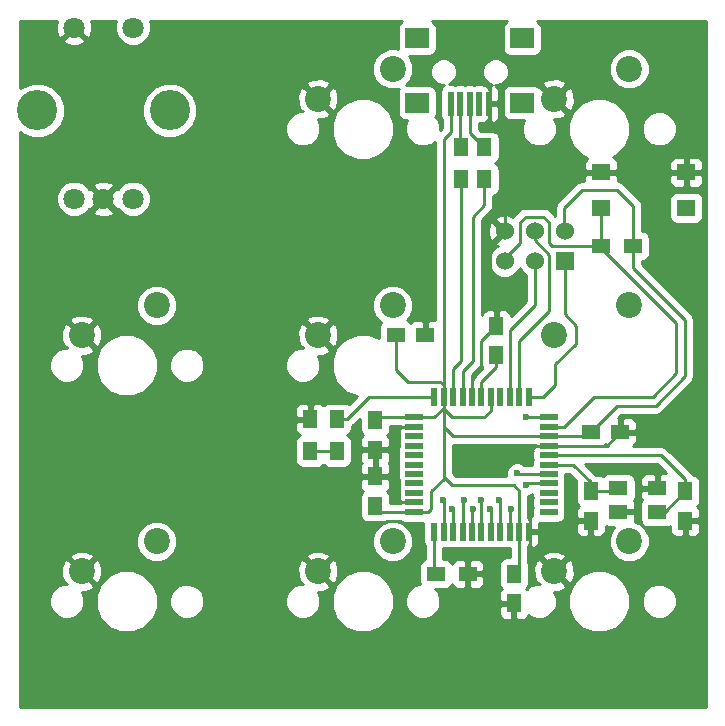
<source format=gbr>
G04 #@! TF.FileFunction,Copper,L2,Bot,Signal*
%FSLAX46Y46*%
G04 Gerber Fmt 4.6, Leading zero omitted, Abs format (unit mm)*
G04 Created by KiCad (PCBNEW 4.0.7) date Thursday, April 11, 2019 'PMt' 06:08:24 PM*
%MOMM*%
%LPD*%
G01*
G04 APERTURE LIST*
%ADD10C,0.100000*%
%ADD11R,1.500000X1.250000*%
%ADD12R,1.250000X1.500000*%
%ADD13R,0.500000X2.000000*%
%ADD14R,2.000000X1.700000*%
%ADD15R,1.300000X1.500000*%
%ADD16R,1.500000X1.300000*%
%ADD17C,2.200000*%
%ADD18R,1.600000X1.400000*%
%ADD19R,0.550000X1.500000*%
%ADD20R,1.500000X0.550000*%
%ADD21R,1.600000X1.300000*%
%ADD22C,1.800000*%
%ADD23C,3.400000*%
%ADD24R,1.524000X1.524000*%
%ADD25C,1.524000*%
%ADD26C,0.600000*%
%ADD27C,0.250000*%
%ADD28C,0.254000*%
G04 APERTURE END LIST*
D10*
D11*
X136250000Y-95000000D03*
X138750000Y-95000000D03*
D12*
X134500000Y-102250000D03*
X134500000Y-104750000D03*
X146250000Y-115250000D03*
X146250000Y-117750000D03*
X134500000Y-109500000D03*
X134500000Y-107000000D03*
D11*
X152750000Y-103250000D03*
X155250000Y-103250000D03*
D12*
X144750000Y-96750000D03*
X144750000Y-94250000D03*
X152750000Y-108250000D03*
X152750000Y-110750000D03*
X160750000Y-108250000D03*
X160750000Y-110750000D03*
D13*
X140900000Y-75450000D03*
X141700000Y-75450000D03*
X142500000Y-75450000D03*
X143300000Y-75450000D03*
X144100000Y-75450000D03*
D14*
X138050000Y-75350000D03*
X138050000Y-69900000D03*
X146950000Y-75350000D03*
X146950000Y-69900000D03*
D15*
X143750000Y-81850000D03*
X143750000Y-79150000D03*
X141750000Y-81850000D03*
X141750000Y-79150000D03*
D16*
X153650000Y-87500000D03*
X156350000Y-87500000D03*
X139650000Y-115250000D03*
X142350000Y-115250000D03*
D17*
X136000000Y-72500000D03*
X129650000Y-75040000D03*
X156000000Y-72500000D03*
X149650000Y-75040000D03*
X116000000Y-92500000D03*
X109650000Y-95040000D03*
X136000000Y-92500000D03*
X129650000Y-95040000D03*
X156000000Y-92500000D03*
X149650000Y-95040000D03*
X116000000Y-112500000D03*
X109650000Y-115040000D03*
X136000000Y-112500000D03*
X129650000Y-115040000D03*
X156000000Y-112500000D03*
X149650000Y-115040000D03*
D18*
X153650000Y-81250000D03*
X160850000Y-81250000D03*
X153650000Y-84250000D03*
X160850000Y-84250000D03*
D19*
X139500000Y-100300000D03*
X140300000Y-100300000D03*
X141100000Y-100300000D03*
X141900000Y-100300000D03*
X142700000Y-100300000D03*
X143500000Y-100300000D03*
X144300000Y-100300000D03*
X145100000Y-100300000D03*
X145900000Y-100300000D03*
X146700000Y-100300000D03*
X147500000Y-100300000D03*
D20*
X149200000Y-102000000D03*
X149200000Y-102800000D03*
X149200000Y-103600000D03*
X149200000Y-104400000D03*
X149200000Y-105200000D03*
X149200000Y-106000000D03*
X149200000Y-106800000D03*
X149200000Y-107600000D03*
X149200000Y-108400000D03*
X149200000Y-109200000D03*
X149200000Y-110000000D03*
D19*
X147500000Y-111700000D03*
X146700000Y-111700000D03*
X145900000Y-111700000D03*
X145100000Y-111700000D03*
X144300000Y-111700000D03*
X143500000Y-111700000D03*
X142700000Y-111700000D03*
X141900000Y-111700000D03*
X141100000Y-111700000D03*
X140300000Y-111700000D03*
X139500000Y-111700000D03*
D20*
X137800000Y-110000000D03*
X137800000Y-109200000D03*
X137800000Y-108400000D03*
X137800000Y-107600000D03*
X137800000Y-106800000D03*
X137800000Y-106000000D03*
X137800000Y-105200000D03*
X137800000Y-104400000D03*
X137800000Y-103600000D03*
X137800000Y-102800000D03*
X137800000Y-102000000D03*
D21*
X155100000Y-108000000D03*
X158400000Y-108000000D03*
X158400000Y-110000000D03*
X155100000Y-110000000D03*
D15*
X129000000Y-102150000D03*
X129000000Y-104850000D03*
X131250000Y-102150000D03*
X131250000Y-104850000D03*
D22*
X109000000Y-69000000D03*
X109000000Y-83500000D03*
X111500000Y-83500000D03*
X114000000Y-83500000D03*
X114000000Y-69000000D03*
D23*
X117100000Y-76000000D03*
X105900000Y-76000000D03*
D24*
X150540000Y-88770000D03*
D25*
X150540000Y-86230000D03*
X148000000Y-88770000D03*
X148000000Y-86230000D03*
X145460000Y-88770000D03*
X145460000Y-86230000D03*
D26*
X147250000Y-104500000D03*
X140250000Y-109000000D03*
X141000000Y-109750000D03*
X142000000Y-109000000D03*
X142750000Y-109750000D03*
X143500000Y-109000000D03*
X145000000Y-109000000D03*
X144250000Y-109750000D03*
X146000000Y-109750000D03*
X146500000Y-106750000D03*
X147250000Y-107750000D03*
X147250000Y-102000000D03*
D27*
X140300000Y-100300000D02*
X140300000Y-107200000D01*
X139000000Y-110000000D02*
X137800000Y-110000000D01*
X139250000Y-109750000D02*
X139000000Y-110000000D01*
X139250000Y-108250000D02*
X139250000Y-109750000D01*
X140300000Y-107200000D02*
X139250000Y-108250000D01*
X140300000Y-100300000D02*
X140300000Y-107050000D01*
X146700000Y-108200000D02*
X146700000Y-111700000D01*
X146250000Y-107750000D02*
X146700000Y-108200000D01*
X141000000Y-107750000D02*
X146250000Y-107750000D01*
X140300000Y-107050000D02*
X141000000Y-107750000D01*
X140300000Y-100300000D02*
X140300000Y-102800000D01*
X141100000Y-103600000D02*
X149200000Y-103600000D01*
X140300000Y-102800000D02*
X141100000Y-103600000D01*
X140300000Y-100300000D02*
X140300000Y-101300000D01*
X144300000Y-101450000D02*
X144300000Y-100300000D01*
X143750000Y-102000000D02*
X144300000Y-101450000D01*
X141000000Y-102000000D02*
X143750000Y-102000000D01*
X140300000Y-101300000D02*
X141000000Y-102000000D01*
X140300000Y-100300000D02*
X140300000Y-101200000D01*
X139500000Y-102000000D02*
X137800000Y-102000000D01*
X140300000Y-101200000D02*
X139500000Y-102000000D01*
X140900000Y-75450000D02*
X140900000Y-77850000D01*
X140300000Y-78450000D02*
X140300000Y-100300000D01*
X140900000Y-77850000D02*
X140300000Y-78450000D01*
X156350000Y-84100000D02*
X156350000Y-87500000D01*
X155000000Y-82750000D02*
X156350000Y-84100000D01*
X152000000Y-82750000D02*
X155000000Y-82750000D01*
X156350000Y-87500000D02*
X156350000Y-89350000D01*
X155000000Y-101000000D02*
X152750000Y-103250000D01*
X158250000Y-101000000D02*
X155000000Y-101000000D01*
X160750000Y-98500000D02*
X158250000Y-101000000D01*
X160750000Y-93750000D02*
X160750000Y-98500000D01*
X156350000Y-89350000D02*
X160750000Y-93750000D01*
X149200000Y-103600000D02*
X152400000Y-103600000D01*
X152400000Y-103600000D02*
X152750000Y-103250000D01*
X137800000Y-110000000D02*
X135000000Y-110000000D01*
X137800000Y-102000000D02*
X134750000Y-102000000D01*
X135000000Y-110000000D02*
X134500000Y-109500000D01*
X134750000Y-102000000D02*
X134500000Y-102250000D01*
X146700000Y-111700000D02*
X146700000Y-114800000D01*
X146700000Y-114800000D02*
X146250000Y-115250000D01*
X136250000Y-95000000D02*
X136250000Y-98000000D01*
X140300000Y-99300000D02*
X140300000Y-100300000D01*
X140000000Y-99000000D02*
X140300000Y-99300000D01*
X137250000Y-99000000D02*
X140000000Y-99000000D01*
X136250000Y-98000000D02*
X137250000Y-99000000D01*
X150500000Y-86460000D02*
X150500000Y-84250000D01*
X150500000Y-84250000D02*
X152000000Y-82750000D01*
X142700000Y-100300000D02*
X142700000Y-98550000D01*
X142700000Y-98550000D02*
X143500000Y-97750000D01*
X143500000Y-97750000D02*
X143500000Y-95500000D01*
X143500000Y-95500000D02*
X144750000Y-94250000D01*
X145460000Y-86230000D02*
X145460000Y-77960000D01*
X144100000Y-77100000D02*
X144100000Y-75450000D01*
X144250000Y-77250000D02*
X144100000Y-77100000D01*
X144750000Y-77250000D02*
X144250000Y-77250000D01*
X145460000Y-77960000D02*
X144750000Y-77250000D01*
X134500000Y-107000000D02*
X136250000Y-107000000D01*
X136700000Y-109200000D02*
X137800000Y-109200000D01*
X136500000Y-109000000D02*
X136700000Y-109200000D01*
X136500000Y-107250000D02*
X136500000Y-109000000D01*
X136250000Y-107000000D02*
X136500000Y-107250000D01*
X134500000Y-104750000D02*
X136250000Y-104750000D01*
X136700000Y-102800000D02*
X137800000Y-102800000D01*
X136500000Y-103000000D02*
X136700000Y-102800000D01*
X136500000Y-104500000D02*
X136500000Y-103000000D01*
X136250000Y-104750000D02*
X136500000Y-104500000D01*
X147350000Y-104400000D02*
X149200000Y-104400000D01*
X147250000Y-104500000D02*
X147350000Y-104400000D01*
X144750000Y-94250000D02*
X144750000Y-90000000D01*
X149200000Y-104400000D02*
X154100000Y-104400000D01*
X154100000Y-104400000D02*
X155250000Y-103250000D01*
X137750000Y-109250000D02*
X137800000Y-109200000D01*
X137750000Y-102750000D02*
X137800000Y-102800000D01*
X144750000Y-90000000D02*
X144250000Y-89500000D01*
X144250000Y-87380000D02*
X145420000Y-86210000D01*
X144250000Y-89500000D02*
X144250000Y-87380000D01*
X143500000Y-100300000D02*
X143500000Y-99000000D01*
X144750000Y-97750000D02*
X144750000Y-96750000D01*
X143500000Y-99000000D02*
X144750000Y-97750000D01*
X152750000Y-108250000D02*
X152750000Y-107500000D01*
X152750000Y-107500000D02*
X151250000Y-106000000D01*
X151250000Y-106000000D02*
X149200000Y-106000000D01*
X152750000Y-108250000D02*
X154850000Y-108250000D01*
X154850000Y-108250000D02*
X155100000Y-108000000D01*
X160750000Y-108250000D02*
X160750000Y-107250000D01*
X158700000Y-105200000D02*
X149200000Y-105200000D01*
X160750000Y-107250000D02*
X158700000Y-105200000D01*
X158400000Y-110000000D02*
X159000000Y-110000000D01*
X159000000Y-110000000D02*
X160750000Y-108250000D01*
X141900000Y-100300000D02*
X141900000Y-98100000D01*
X143750000Y-84000000D02*
X143750000Y-81850000D01*
X142750000Y-85000000D02*
X143750000Y-84000000D01*
X142750000Y-97250000D02*
X142750000Y-85000000D01*
X141900000Y-98100000D02*
X142750000Y-97250000D01*
X142500000Y-75450000D02*
X142500000Y-77900000D01*
X142500000Y-77900000D02*
X143750000Y-79150000D01*
X141750000Y-81850000D02*
X141750000Y-97250000D01*
X141100000Y-97900000D02*
X141100000Y-100300000D01*
X141750000Y-97250000D02*
X141100000Y-97900000D01*
X141700000Y-75450000D02*
X141700000Y-79100000D01*
X141700000Y-79100000D02*
X141750000Y-79150000D01*
X139500000Y-111700000D02*
X139500000Y-115100000D01*
X139500000Y-115100000D02*
X139650000Y-115250000D01*
X150540000Y-89020000D02*
X150540000Y-93290000D01*
X148700000Y-100300000D02*
X147500000Y-100300000D01*
X149750000Y-99250000D02*
X148700000Y-100300000D01*
X149750000Y-97500000D02*
X149750000Y-99250000D01*
X151500000Y-95750000D02*
X149750000Y-97500000D01*
X151500000Y-94250000D02*
X151500000Y-95750000D01*
X150540000Y-93290000D02*
X151500000Y-94250000D01*
X145900000Y-94600000D02*
X145900000Y-100300000D01*
X148000000Y-92500000D02*
X145900000Y-94600000D01*
X148000000Y-89020000D02*
X148000000Y-92500000D01*
X148000000Y-87000000D02*
X149250000Y-88250000D01*
X149250000Y-88250000D02*
X149250000Y-93000000D01*
X148000000Y-86480000D02*
X148000000Y-87000000D01*
X149250000Y-93000000D02*
X146700000Y-95550000D01*
X146700000Y-95550000D02*
X146700000Y-100300000D01*
X145420000Y-88750000D02*
X145420000Y-88580000D01*
X145420000Y-88580000D02*
X146750000Y-87250000D01*
X146750000Y-87250000D02*
X146750000Y-85500000D01*
X146750000Y-85500000D02*
X147250000Y-85000000D01*
X147250000Y-85000000D02*
X148750000Y-85000000D01*
X148750000Y-85000000D02*
X149250000Y-85500000D01*
X149250000Y-85500000D02*
X149250000Y-87250000D01*
X149250000Y-87250000D02*
X149500000Y-87500000D01*
X149500000Y-87500000D02*
X153650000Y-87500000D01*
X153400000Y-87750000D02*
X153650000Y-87500000D01*
X153400000Y-87750000D02*
X153650000Y-87500000D01*
X153650000Y-87500000D02*
X153650000Y-87650000D01*
X153650000Y-87650000D02*
X160000000Y-94000000D01*
X160000000Y-94000000D02*
X160000000Y-98250000D01*
X153650000Y-84250000D02*
X153650000Y-87500000D01*
X150450000Y-102800000D02*
X149200000Y-102800000D01*
X153000000Y-100250000D02*
X150450000Y-102800000D01*
X158000000Y-100250000D02*
X153000000Y-100250000D01*
X160000000Y-98250000D02*
X158000000Y-100250000D01*
X140300000Y-109050000D02*
X140300000Y-111700000D01*
X140250000Y-109000000D02*
X140300000Y-109050000D01*
X141100000Y-109850000D02*
X141100000Y-111700000D01*
X141000000Y-109750000D02*
X141100000Y-109850000D01*
X141900000Y-109100000D02*
X141900000Y-111700000D01*
X142000000Y-109000000D02*
X141900000Y-109100000D01*
X142750000Y-109750000D02*
X142700000Y-109800000D01*
X142700000Y-109800000D02*
X142700000Y-111700000D01*
X143500000Y-109000000D02*
X143500000Y-111700000D01*
X145100000Y-109100000D02*
X145100000Y-111700000D01*
X145000000Y-109000000D02*
X145100000Y-109100000D01*
X144300000Y-109800000D02*
X144300000Y-111700000D01*
X144250000Y-109750000D02*
X144300000Y-109800000D01*
X145900000Y-109850000D02*
X145900000Y-111700000D01*
X146000000Y-109750000D02*
X145900000Y-109850000D01*
X146500000Y-106750000D02*
X146550000Y-106800000D01*
X146550000Y-106800000D02*
X149200000Y-106800000D01*
X147250000Y-107750000D02*
X147400000Y-107600000D01*
X147400000Y-107600000D02*
X149200000Y-107600000D01*
X147250000Y-102000000D02*
X149200000Y-102000000D01*
X131250000Y-104850000D02*
X129000000Y-104850000D01*
X131250000Y-102150000D02*
X132100000Y-102150000D01*
X133950000Y-100300000D02*
X139500000Y-100300000D01*
X132100000Y-102150000D02*
X133950000Y-100300000D01*
D28*
G36*
X107453542Y-68759336D02*
X107479161Y-69369460D01*
X107663357Y-69814148D01*
X107919841Y-69900554D01*
X108820395Y-69000000D01*
X108806253Y-68985858D01*
X108985858Y-68806253D01*
X109000000Y-68820395D01*
X109014143Y-68806253D01*
X109193748Y-68985858D01*
X109179605Y-69000000D01*
X110080159Y-69900554D01*
X110336643Y-69814148D01*
X110546458Y-69240664D01*
X110520839Y-68630540D01*
X110450199Y-68460000D01*
X112562154Y-68460000D01*
X112465267Y-68693330D01*
X112464735Y-69303991D01*
X112697932Y-69868371D01*
X113129357Y-70300551D01*
X113693330Y-70534733D01*
X114303991Y-70535265D01*
X114868371Y-70302068D01*
X115300551Y-69870643D01*
X115534733Y-69306670D01*
X115535265Y-68696009D01*
X115437748Y-68460000D01*
X136794229Y-68460000D01*
X136598559Y-68585910D01*
X136453569Y-68798110D01*
X136402560Y-69050000D01*
X136402560Y-70750000D01*
X136410424Y-70791792D01*
X136346627Y-70765301D01*
X135656401Y-70764699D01*
X135018485Y-71028281D01*
X134529996Y-71515918D01*
X134265301Y-72153373D01*
X134264699Y-72843599D01*
X134528281Y-73481515D01*
X135015918Y-73970004D01*
X135653373Y-74234699D01*
X136343599Y-74235301D01*
X136509024Y-74166949D01*
X136453569Y-74248110D01*
X136402560Y-74500000D01*
X136402560Y-76200000D01*
X136446838Y-76435317D01*
X136585910Y-76651441D01*
X136798110Y-76796431D01*
X137050000Y-76847440D01*
X137236251Y-76847440D01*
X137055258Y-77283319D01*
X137054743Y-77874089D01*
X137280344Y-78420086D01*
X137697717Y-78838188D01*
X138243319Y-79064742D01*
X138834089Y-79065257D01*
X139380086Y-78839656D01*
X139540000Y-78680021D01*
X139540000Y-93740000D01*
X139035750Y-93740000D01*
X138877000Y-93898750D01*
X138877000Y-94873000D01*
X138897000Y-94873000D01*
X138897000Y-95127000D01*
X138877000Y-95127000D01*
X138877000Y-95147000D01*
X138623000Y-95147000D01*
X138623000Y-95127000D01*
X138603000Y-95127000D01*
X138603000Y-94873000D01*
X138623000Y-94873000D01*
X138623000Y-93898750D01*
X138464250Y-93740000D01*
X137873691Y-93740000D01*
X137640302Y-93836673D01*
X137499064Y-93977910D01*
X137464090Y-93923559D01*
X137251890Y-93778569D01*
X137187969Y-93765625D01*
X137470004Y-93484082D01*
X137734699Y-92846627D01*
X137735301Y-92156401D01*
X137471719Y-91518485D01*
X136984082Y-91029996D01*
X136346627Y-90765301D01*
X135656401Y-90764699D01*
X135018485Y-91028281D01*
X134529996Y-91515918D01*
X134265301Y-92153373D01*
X134264699Y-92843599D01*
X134528281Y-93481515D01*
X135011325Y-93965403D01*
X134903569Y-94123110D01*
X134852560Y-94375000D01*
X134852560Y-95305105D01*
X133986433Y-94945458D01*
X132938166Y-94944543D01*
X131969342Y-95344853D01*
X131227458Y-96085443D01*
X130825458Y-97053567D01*
X130824543Y-98101834D01*
X131224853Y-99070658D01*
X131965443Y-99812542D01*
X132933567Y-100214542D01*
X132960632Y-100214566D01*
X132282433Y-100892765D01*
X132151890Y-100803569D01*
X131900000Y-100752560D01*
X130600000Y-100752560D01*
X130364683Y-100796838D01*
X130148559Y-100935910D01*
X130122327Y-100974302D01*
X130009699Y-100861673D01*
X129776310Y-100765000D01*
X129285750Y-100765000D01*
X129127000Y-100923750D01*
X129127000Y-102023000D01*
X129147000Y-102023000D01*
X129147000Y-102277000D01*
X129127000Y-102277000D01*
X129127000Y-102297000D01*
X128873000Y-102297000D01*
X128873000Y-102277000D01*
X127873750Y-102277000D01*
X127715000Y-102435750D01*
X127715000Y-103026309D01*
X127811673Y-103259698D01*
X127990301Y-103438327D01*
X128126287Y-103494654D01*
X128114683Y-103496838D01*
X127898559Y-103635910D01*
X127753569Y-103848110D01*
X127702560Y-104100000D01*
X127702560Y-105600000D01*
X127746838Y-105835317D01*
X127885910Y-106051441D01*
X128098110Y-106196431D01*
X128350000Y-106247440D01*
X129650000Y-106247440D01*
X129885317Y-106203162D01*
X130101441Y-106064090D01*
X130123384Y-106031975D01*
X130135910Y-106051441D01*
X130348110Y-106196431D01*
X130600000Y-106247440D01*
X131900000Y-106247440D01*
X132135317Y-106203162D01*
X132351441Y-106064090D01*
X132496431Y-105851890D01*
X132547440Y-105600000D01*
X132547440Y-105035750D01*
X133240000Y-105035750D01*
X133240000Y-105626309D01*
X133336673Y-105859698D01*
X133351975Y-105875000D01*
X133336673Y-105890302D01*
X133240000Y-106123691D01*
X133240000Y-106714250D01*
X133398750Y-106873000D01*
X134373000Y-106873000D01*
X134373000Y-104877000D01*
X134627000Y-104877000D01*
X134627000Y-106873000D01*
X135601250Y-106873000D01*
X135760000Y-106714250D01*
X135760000Y-106123691D01*
X135663327Y-105890302D01*
X135648025Y-105875000D01*
X135663327Y-105859698D01*
X135760000Y-105626309D01*
X135760000Y-105035750D01*
X135601250Y-104877000D01*
X134627000Y-104877000D01*
X134373000Y-104877000D01*
X133398750Y-104877000D01*
X133240000Y-105035750D01*
X132547440Y-105035750D01*
X132547440Y-104100000D01*
X132503162Y-103864683D01*
X132364090Y-103648559D01*
X132151890Y-103503569D01*
X132138803Y-103500919D01*
X132351441Y-103364090D01*
X132496431Y-103151890D01*
X132547440Y-102900000D01*
X132547440Y-102747511D01*
X132637401Y-102687401D01*
X133227560Y-102097242D01*
X133227560Y-103000000D01*
X133271838Y-103235317D01*
X133410910Y-103451441D01*
X133479006Y-103497969D01*
X133336673Y-103640302D01*
X133240000Y-103873691D01*
X133240000Y-104464250D01*
X133398750Y-104623000D01*
X134373000Y-104623000D01*
X134373000Y-104603000D01*
X134627000Y-104603000D01*
X134627000Y-104623000D01*
X135601250Y-104623000D01*
X135760000Y-104464250D01*
X135760000Y-103873691D01*
X135663327Y-103640302D01*
X135522090Y-103499064D01*
X135576441Y-103464090D01*
X135721431Y-103251890D01*
X135772440Y-103000000D01*
X135772440Y-102760000D01*
X136635025Y-102760000D01*
X136693397Y-102799884D01*
X136598559Y-102860910D01*
X136509505Y-102991245D01*
X136415000Y-103085750D01*
X136415000Y-103201310D01*
X136423468Y-103221753D01*
X136402560Y-103325000D01*
X136402560Y-103875000D01*
X136426944Y-104004589D01*
X136402560Y-104125000D01*
X136402560Y-104675000D01*
X136426944Y-104804589D01*
X136402560Y-104925000D01*
X136402560Y-105475000D01*
X136426944Y-105604589D01*
X136402560Y-105725000D01*
X136402560Y-106275000D01*
X136426944Y-106404589D01*
X136402560Y-106525000D01*
X136402560Y-107075000D01*
X136426944Y-107204589D01*
X136402560Y-107325000D01*
X136402560Y-107875000D01*
X136426944Y-108004589D01*
X136402560Y-108125000D01*
X136402560Y-108675000D01*
X136422450Y-108780705D01*
X136415000Y-108798690D01*
X136415000Y-108914250D01*
X136511401Y-109010651D01*
X136585910Y-109126441D01*
X136693397Y-109199884D01*
X136631054Y-109240000D01*
X135772440Y-109240000D01*
X135772440Y-108750000D01*
X135728162Y-108514683D01*
X135589090Y-108298559D01*
X135520994Y-108252031D01*
X135663327Y-108109698D01*
X135760000Y-107876309D01*
X135760000Y-107285750D01*
X135601250Y-107127000D01*
X134627000Y-107127000D01*
X134627000Y-107147000D01*
X134373000Y-107147000D01*
X134373000Y-107127000D01*
X133398750Y-107127000D01*
X133240000Y-107285750D01*
X133240000Y-107876309D01*
X133336673Y-108109698D01*
X133477910Y-108250936D01*
X133423559Y-108285910D01*
X133278569Y-108498110D01*
X133227560Y-108750000D01*
X133227560Y-110250000D01*
X133271838Y-110485317D01*
X133410910Y-110701441D01*
X133623110Y-110846431D01*
X133875000Y-110897440D01*
X135125000Y-110897440D01*
X135360317Y-110853162D01*
X135505095Y-110760000D01*
X136635025Y-110760000D01*
X136798110Y-110871431D01*
X137050000Y-110922440D01*
X138550000Y-110922440D01*
X138584454Y-110915957D01*
X138577560Y-110950000D01*
X138577560Y-112450000D01*
X138621838Y-112685317D01*
X138740000Y-112868946D01*
X138740000Y-113982666D01*
X138664683Y-113996838D01*
X138448559Y-114135910D01*
X138303569Y-114348110D01*
X138252560Y-114600000D01*
X138252560Y-115900000D01*
X138289211Y-116094781D01*
X138245911Y-116094743D01*
X137699914Y-116320344D01*
X137281812Y-116737717D01*
X137055258Y-117283319D01*
X137054743Y-117874089D01*
X137280344Y-118420086D01*
X137697717Y-118838188D01*
X138243319Y-119064742D01*
X138834089Y-119065257D01*
X139380086Y-118839656D01*
X139798188Y-118422283D01*
X139958690Y-118035750D01*
X144990000Y-118035750D01*
X144990000Y-118626309D01*
X145086673Y-118859698D01*
X145265301Y-119038327D01*
X145498690Y-119135000D01*
X145964250Y-119135000D01*
X146123000Y-118976250D01*
X146123000Y-117877000D01*
X145148750Y-117877000D01*
X144990000Y-118035750D01*
X139958690Y-118035750D01*
X140024742Y-117876681D01*
X140025257Y-117285911D01*
X139799656Y-116739914D01*
X139607518Y-116547440D01*
X140400000Y-116547440D01*
X140635317Y-116503162D01*
X140851441Y-116364090D01*
X140996431Y-116151890D01*
X141003191Y-116118510D01*
X141061673Y-116259699D01*
X141240302Y-116438327D01*
X141473691Y-116535000D01*
X142064250Y-116535000D01*
X142223000Y-116376250D01*
X142223000Y-115377000D01*
X142477000Y-115377000D01*
X142477000Y-116376250D01*
X142635750Y-116535000D01*
X143226309Y-116535000D01*
X143459698Y-116438327D01*
X143638327Y-116259699D01*
X143735000Y-116026310D01*
X143735000Y-115535750D01*
X143576250Y-115377000D01*
X142477000Y-115377000D01*
X142223000Y-115377000D01*
X142203000Y-115377000D01*
X142203000Y-115123000D01*
X142223000Y-115123000D01*
X142223000Y-114123750D01*
X142477000Y-114123750D01*
X142477000Y-115123000D01*
X143576250Y-115123000D01*
X143735000Y-114964250D01*
X143735000Y-114473690D01*
X143638327Y-114240301D01*
X143459698Y-114061673D01*
X143226309Y-113965000D01*
X142635750Y-113965000D01*
X142477000Y-114123750D01*
X142223000Y-114123750D01*
X142064250Y-113965000D01*
X141473691Y-113965000D01*
X141240302Y-114061673D01*
X141061673Y-114240301D01*
X141005346Y-114376287D01*
X141003162Y-114364683D01*
X140864090Y-114148559D01*
X140651890Y-114003569D01*
X140400000Y-113952560D01*
X140260000Y-113952560D01*
X140260000Y-113097440D01*
X140575000Y-113097440D01*
X140704589Y-113073056D01*
X140825000Y-113097440D01*
X141375000Y-113097440D01*
X141504589Y-113073056D01*
X141625000Y-113097440D01*
X142175000Y-113097440D01*
X142304589Y-113073056D01*
X142425000Y-113097440D01*
X142975000Y-113097440D01*
X143104589Y-113073056D01*
X143225000Y-113097440D01*
X143775000Y-113097440D01*
X143904589Y-113073056D01*
X144025000Y-113097440D01*
X144575000Y-113097440D01*
X144704589Y-113073056D01*
X144825000Y-113097440D01*
X145375000Y-113097440D01*
X145504589Y-113073056D01*
X145625000Y-113097440D01*
X145940000Y-113097440D01*
X145940000Y-113852560D01*
X145625000Y-113852560D01*
X145389683Y-113896838D01*
X145173559Y-114035910D01*
X145028569Y-114248110D01*
X144977560Y-114500000D01*
X144977560Y-116000000D01*
X145021838Y-116235317D01*
X145160910Y-116451441D01*
X145229006Y-116497969D01*
X145086673Y-116640302D01*
X144990000Y-116873691D01*
X144990000Y-117464250D01*
X145148750Y-117623000D01*
X146123000Y-117623000D01*
X146123000Y-117603000D01*
X146377000Y-117603000D01*
X146377000Y-117623000D01*
X146397000Y-117623000D01*
X146397000Y-117877000D01*
X146377000Y-117877000D01*
X146377000Y-118976250D01*
X146535750Y-119135000D01*
X147001310Y-119135000D01*
X147234699Y-119038327D01*
X147413327Y-118859698D01*
X147456102Y-118756430D01*
X147537717Y-118838188D01*
X148083319Y-119064742D01*
X148674089Y-119065257D01*
X149220086Y-118839656D01*
X149638188Y-118422283D01*
X149771250Y-118101834D01*
X150824543Y-118101834D01*
X151224853Y-119070658D01*
X151965443Y-119812542D01*
X152933567Y-120214542D01*
X153981834Y-120215457D01*
X154950658Y-119815147D01*
X155692542Y-119074557D01*
X156094542Y-118106433D01*
X156094744Y-117874089D01*
X157054743Y-117874089D01*
X157280344Y-118420086D01*
X157697717Y-118838188D01*
X158243319Y-119064742D01*
X158834089Y-119065257D01*
X159380086Y-118839656D01*
X159798188Y-118422283D01*
X160024742Y-117876681D01*
X160025257Y-117285911D01*
X159799656Y-116739914D01*
X159382283Y-116321812D01*
X158836681Y-116095258D01*
X158245911Y-116094743D01*
X157699914Y-116320344D01*
X157281812Y-116737717D01*
X157055258Y-117283319D01*
X157054743Y-117874089D01*
X156094744Y-117874089D01*
X156095457Y-117058166D01*
X155695147Y-116089342D01*
X154954557Y-115347458D01*
X153986433Y-114945458D01*
X152938166Y-114944543D01*
X151969342Y-115344853D01*
X151227458Y-116085443D01*
X150825458Y-117053567D01*
X150824543Y-118101834D01*
X149771250Y-118101834D01*
X149864742Y-117876681D01*
X149865257Y-117285911D01*
X149654474Y-116775776D01*
X150051453Y-116762836D01*
X150584359Y-116542099D01*
X150695263Y-116264868D01*
X149650000Y-115219605D01*
X149635858Y-115233748D01*
X149456253Y-115054143D01*
X149470395Y-115040000D01*
X149829605Y-115040000D01*
X150874868Y-116085263D01*
X151152099Y-115974359D01*
X151395323Y-115328407D01*
X151372836Y-114638547D01*
X151152099Y-114105641D01*
X150874868Y-113994737D01*
X149829605Y-115040000D01*
X149470395Y-115040000D01*
X148425132Y-113994737D01*
X148147901Y-114105641D01*
X147904677Y-114751593D01*
X147927164Y-115441453D01*
X148147901Y-115974359D01*
X148425130Y-116085262D01*
X148415362Y-116095030D01*
X148085911Y-116094743D01*
X147539914Y-116320344D01*
X147316447Y-116543421D01*
X147272090Y-116499064D01*
X147326441Y-116464090D01*
X147471431Y-116251890D01*
X147522440Y-116000000D01*
X147522440Y-114500000D01*
X147478162Y-114264683D01*
X147460000Y-114236458D01*
X147460000Y-113815132D01*
X148604737Y-113815132D01*
X149650000Y-114860395D01*
X150695263Y-113815132D01*
X150584359Y-113537901D01*
X149938407Y-113294677D01*
X149248547Y-113317164D01*
X148715641Y-113537901D01*
X148604737Y-113815132D01*
X147460000Y-113815132D01*
X147460000Y-112864975D01*
X147571431Y-112701890D01*
X147622440Y-112450000D01*
X147622440Y-111827000D01*
X147627000Y-111827000D01*
X147627000Y-112926250D01*
X147785750Y-113085000D01*
X147901310Y-113085000D01*
X148134699Y-112988327D01*
X148313327Y-112809698D01*
X148410000Y-112576309D01*
X148410000Y-111985750D01*
X148251250Y-111827000D01*
X147627000Y-111827000D01*
X147622440Y-111827000D01*
X147622440Y-110950000D01*
X147578162Y-110714683D01*
X147460000Y-110531054D01*
X147460000Y-108674901D01*
X147778943Y-108543117D01*
X147802560Y-108519541D01*
X147802560Y-108675000D01*
X147826944Y-108804589D01*
X147802560Y-108925000D01*
X147802560Y-109475000D01*
X147826944Y-109604589D01*
X147802560Y-109725000D01*
X147802560Y-110275000D01*
X147810087Y-110315000D01*
X147785750Y-110315000D01*
X147627000Y-110473750D01*
X147627000Y-111573000D01*
X148251250Y-111573000D01*
X148410000Y-111414250D01*
X148410000Y-111035750D01*
X151490000Y-111035750D01*
X151490000Y-111626309D01*
X151586673Y-111859698D01*
X151765301Y-112038327D01*
X151998690Y-112135000D01*
X152464250Y-112135000D01*
X152623000Y-111976250D01*
X152623000Y-110877000D01*
X151648750Y-110877000D01*
X151490000Y-111035750D01*
X148410000Y-111035750D01*
X148410000Y-110914340D01*
X148450000Y-110922440D01*
X149950000Y-110922440D01*
X150185317Y-110878162D01*
X150401441Y-110739090D01*
X150546431Y-110526890D01*
X150597440Y-110275000D01*
X150597440Y-109725000D01*
X150573056Y-109595411D01*
X150597440Y-109475000D01*
X150597440Y-108925000D01*
X150573056Y-108795411D01*
X150597440Y-108675000D01*
X150597440Y-108125000D01*
X150573056Y-107995411D01*
X150597440Y-107875000D01*
X150597440Y-107325000D01*
X150573056Y-107195411D01*
X150597440Y-107075000D01*
X150597440Y-106760000D01*
X150935198Y-106760000D01*
X151510843Y-107335645D01*
X151477560Y-107500000D01*
X151477560Y-109000000D01*
X151521838Y-109235317D01*
X151660910Y-109451441D01*
X151729006Y-109497969D01*
X151586673Y-109640302D01*
X151490000Y-109873691D01*
X151490000Y-110464250D01*
X151648750Y-110623000D01*
X152623000Y-110623000D01*
X152623000Y-110603000D01*
X152877000Y-110603000D01*
X152877000Y-110623000D01*
X152897000Y-110623000D01*
X152897000Y-110877000D01*
X152877000Y-110877000D01*
X152877000Y-111976250D01*
X153035750Y-112135000D01*
X153501310Y-112135000D01*
X153734699Y-112038327D01*
X153913327Y-111859698D01*
X154010000Y-111626309D01*
X154010000Y-111217197D01*
X154173691Y-111285000D01*
X154761317Y-111285000D01*
X154529996Y-111515918D01*
X154265301Y-112153373D01*
X154264699Y-112843599D01*
X154528281Y-113481515D01*
X155015918Y-113970004D01*
X155653373Y-114234699D01*
X156343599Y-114235301D01*
X156981515Y-113971719D01*
X157470004Y-113484082D01*
X157734699Y-112846627D01*
X157735301Y-112156401D01*
X157471719Y-111518485D01*
X156984082Y-111029996D01*
X156511246Y-110833657D01*
X156535000Y-110776310D01*
X156535000Y-110285750D01*
X156376250Y-110127000D01*
X155227000Y-110127000D01*
X155227000Y-110147000D01*
X154973000Y-110147000D01*
X154973000Y-110127000D01*
X154953000Y-110127000D01*
X154953000Y-109873000D01*
X154973000Y-109873000D01*
X154973000Y-109853000D01*
X155227000Y-109853000D01*
X155227000Y-109873000D01*
X156376250Y-109873000D01*
X156535000Y-109714250D01*
X156535000Y-109223690D01*
X156438327Y-108990301D01*
X156436958Y-108988932D01*
X156496431Y-108901890D01*
X156547440Y-108650000D01*
X156547440Y-107350000D01*
X156523674Y-107223690D01*
X156965000Y-107223690D01*
X156965000Y-107714250D01*
X157123750Y-107873000D01*
X158273000Y-107873000D01*
X158273000Y-106873750D01*
X158114250Y-106715000D01*
X157473691Y-106715000D01*
X157240302Y-106811673D01*
X157061673Y-106990301D01*
X156965000Y-107223690D01*
X156523674Y-107223690D01*
X156503162Y-107114683D01*
X156364090Y-106898559D01*
X156151890Y-106753569D01*
X155900000Y-106702560D01*
X154300000Y-106702560D01*
X154064683Y-106746838D01*
X153848559Y-106885910D01*
X153769783Y-107001203D01*
X153626890Y-106903569D01*
X153375000Y-106852560D01*
X153177362Y-106852560D01*
X152284802Y-105960000D01*
X158385198Y-105960000D01*
X159140198Y-106715000D01*
X158685750Y-106715000D01*
X158527000Y-106873750D01*
X158527000Y-107873000D01*
X158547000Y-107873000D01*
X158547000Y-108127000D01*
X158527000Y-108127000D01*
X158527000Y-108147000D01*
X158273000Y-108147000D01*
X158273000Y-108127000D01*
X157123750Y-108127000D01*
X156965000Y-108285750D01*
X156965000Y-108776310D01*
X157061673Y-109009699D01*
X157063042Y-109011068D01*
X157003569Y-109098110D01*
X156952560Y-109350000D01*
X156952560Y-110650000D01*
X156996838Y-110885317D01*
X157135910Y-111101441D01*
X157348110Y-111246431D01*
X157600000Y-111297440D01*
X159200000Y-111297440D01*
X159435317Y-111253162D01*
X159490000Y-111217974D01*
X159490000Y-111626309D01*
X159586673Y-111859698D01*
X159765301Y-112038327D01*
X159998690Y-112135000D01*
X160464250Y-112135000D01*
X160623000Y-111976250D01*
X160623000Y-110877000D01*
X160877000Y-110877000D01*
X160877000Y-111976250D01*
X161035750Y-112135000D01*
X161501310Y-112135000D01*
X161734699Y-112038327D01*
X161913327Y-111859698D01*
X162010000Y-111626309D01*
X162010000Y-111035750D01*
X161851250Y-110877000D01*
X160877000Y-110877000D01*
X160623000Y-110877000D01*
X160603000Y-110877000D01*
X160603000Y-110623000D01*
X160623000Y-110623000D01*
X160623000Y-110603000D01*
X160877000Y-110603000D01*
X160877000Y-110623000D01*
X161851250Y-110623000D01*
X162010000Y-110464250D01*
X162010000Y-109873691D01*
X161913327Y-109640302D01*
X161772090Y-109499064D01*
X161826441Y-109464090D01*
X161971431Y-109251890D01*
X162022440Y-109000000D01*
X162022440Y-107500000D01*
X161978162Y-107264683D01*
X161839090Y-107048559D01*
X161626890Y-106903569D01*
X161381846Y-106853946D01*
X161287401Y-106712599D01*
X159237401Y-104662599D01*
X158990839Y-104497852D01*
X158700000Y-104440000D01*
X156295304Y-104440000D01*
X156359698Y-104413327D01*
X156538327Y-104234699D01*
X156635000Y-104001310D01*
X156635000Y-103535750D01*
X156476250Y-103377000D01*
X155377000Y-103377000D01*
X155377000Y-103397000D01*
X155123000Y-103397000D01*
X155123000Y-103377000D01*
X155103000Y-103377000D01*
X155103000Y-103123000D01*
X155123000Y-103123000D01*
X155123000Y-102148750D01*
X155377000Y-102148750D01*
X155377000Y-103123000D01*
X156476250Y-103123000D01*
X156635000Y-102964250D01*
X156635000Y-102498690D01*
X156538327Y-102265301D01*
X156359698Y-102086673D01*
X156126309Y-101990000D01*
X155535750Y-101990000D01*
X155377000Y-102148750D01*
X155123000Y-102148750D01*
X155024526Y-102050276D01*
X155314802Y-101760000D01*
X158250000Y-101760000D01*
X158540839Y-101702148D01*
X158787401Y-101537401D01*
X161287401Y-99037401D01*
X161452148Y-98790839D01*
X161510000Y-98500000D01*
X161510000Y-93750000D01*
X161452148Y-93459161D01*
X161287401Y-93212599D01*
X157110000Y-89035198D01*
X157110000Y-88795558D01*
X157335317Y-88753162D01*
X157551441Y-88614090D01*
X157696431Y-88401890D01*
X157747440Y-88150000D01*
X157747440Y-86850000D01*
X157703162Y-86614683D01*
X157564090Y-86398559D01*
X157351890Y-86253569D01*
X157110000Y-86204585D01*
X157110000Y-84100000D01*
X157052148Y-83809161D01*
X157052148Y-83809160D01*
X156887401Y-83562599D01*
X156874802Y-83550000D01*
X159402560Y-83550000D01*
X159402560Y-84950000D01*
X159446838Y-85185317D01*
X159585910Y-85401441D01*
X159798110Y-85546431D01*
X160050000Y-85597440D01*
X161650000Y-85597440D01*
X161885317Y-85553162D01*
X162101441Y-85414090D01*
X162246431Y-85201890D01*
X162297440Y-84950000D01*
X162297440Y-83550000D01*
X162253162Y-83314683D01*
X162114090Y-83098559D01*
X161901890Y-82953569D01*
X161650000Y-82902560D01*
X160050000Y-82902560D01*
X159814683Y-82946838D01*
X159598559Y-83085910D01*
X159453569Y-83298110D01*
X159402560Y-83550000D01*
X156874802Y-83550000D01*
X155537401Y-82212599D01*
X155290839Y-82047852D01*
X155085000Y-82006908D01*
X155085000Y-81535750D01*
X159415000Y-81535750D01*
X159415000Y-82076310D01*
X159511673Y-82309699D01*
X159690302Y-82488327D01*
X159923691Y-82585000D01*
X160564250Y-82585000D01*
X160723000Y-82426250D01*
X160723000Y-81377000D01*
X160977000Y-81377000D01*
X160977000Y-82426250D01*
X161135750Y-82585000D01*
X161776309Y-82585000D01*
X162009698Y-82488327D01*
X162188327Y-82309699D01*
X162285000Y-82076310D01*
X162285000Y-81535750D01*
X162126250Y-81377000D01*
X160977000Y-81377000D01*
X160723000Y-81377000D01*
X159573750Y-81377000D01*
X159415000Y-81535750D01*
X155085000Y-81535750D01*
X154926250Y-81377000D01*
X153777000Y-81377000D01*
X153777000Y-81397000D01*
X153523000Y-81397000D01*
X153523000Y-81377000D01*
X152373750Y-81377000D01*
X152215000Y-81535750D01*
X152215000Y-81990000D01*
X152000000Y-81990000D01*
X151709160Y-82047852D01*
X151462599Y-82212599D01*
X149962599Y-83712599D01*
X149797852Y-83959161D01*
X149740000Y-84250000D01*
X149740000Y-84915198D01*
X149287401Y-84462599D01*
X149040839Y-84297852D01*
X148750000Y-84240000D01*
X147250000Y-84240000D01*
X146959161Y-84297852D01*
X146712599Y-84462599D01*
X146212599Y-84962599D01*
X146184187Y-85005121D01*
X145667698Y-84820856D01*
X145112632Y-84848638D01*
X144728857Y-85007603D01*
X144659392Y-85249787D01*
X145460000Y-86050395D01*
X145474143Y-86036253D01*
X145653748Y-86215858D01*
X145639605Y-86230000D01*
X145653748Y-86244143D01*
X145474143Y-86423748D01*
X145460000Y-86409605D01*
X144659392Y-87210213D01*
X144728857Y-87452397D01*
X144869318Y-87502509D01*
X144669697Y-87584990D01*
X144276371Y-87977630D01*
X144063243Y-88490900D01*
X144062758Y-89046661D01*
X144274990Y-89560303D01*
X144667630Y-89953629D01*
X145180900Y-90166757D01*
X145736661Y-90167242D01*
X146250303Y-89955010D01*
X146643629Y-89562370D01*
X146729949Y-89354488D01*
X146814990Y-89560303D01*
X147207630Y-89953629D01*
X147240000Y-89967070D01*
X147240000Y-92185198D01*
X146010000Y-93415198D01*
X146010000Y-93373691D01*
X145913327Y-93140302D01*
X145734699Y-92961673D01*
X145501310Y-92865000D01*
X145035750Y-92865000D01*
X144877000Y-93023750D01*
X144877000Y-94123000D01*
X144897000Y-94123000D01*
X144897000Y-94377000D01*
X144877000Y-94377000D01*
X144877000Y-94397000D01*
X144623000Y-94397000D01*
X144623000Y-94377000D01*
X144603000Y-94377000D01*
X144603000Y-94123000D01*
X144623000Y-94123000D01*
X144623000Y-93023750D01*
X144464250Y-92865000D01*
X143998690Y-92865000D01*
X143765301Y-92961673D01*
X143586673Y-93140302D01*
X143510000Y-93325407D01*
X143510000Y-86022302D01*
X144050856Y-86022302D01*
X144078638Y-86577368D01*
X144237603Y-86961143D01*
X144479787Y-87030608D01*
X145280395Y-86230000D01*
X144479787Y-85429392D01*
X144237603Y-85498857D01*
X144050856Y-86022302D01*
X143510000Y-86022302D01*
X143510000Y-85314802D01*
X144287401Y-84537401D01*
X144452148Y-84290839D01*
X144510000Y-84000000D01*
X144510000Y-83226742D01*
X144635317Y-83203162D01*
X144851441Y-83064090D01*
X144996431Y-82851890D01*
X145047440Y-82600000D01*
X145047440Y-81100000D01*
X145003162Y-80864683D01*
X144864090Y-80648559D01*
X144651890Y-80503569D01*
X144638803Y-80500919D01*
X144851441Y-80364090D01*
X144996431Y-80151890D01*
X145047440Y-79900000D01*
X145047440Y-78400000D01*
X145003162Y-78164683D01*
X144864090Y-77948559D01*
X144651890Y-77803569D01*
X144400000Y-77752560D01*
X143427362Y-77752560D01*
X143260000Y-77585198D01*
X143260000Y-77097440D01*
X143550000Y-77097440D01*
X143690087Y-77071081D01*
X143723691Y-77085000D01*
X143816250Y-77085000D01*
X143961384Y-76939866D01*
X144001441Y-76914090D01*
X144146431Y-76701890D01*
X144197440Y-76450000D01*
X144197440Y-75577000D01*
X144225000Y-75577000D01*
X144225000Y-76926250D01*
X144383750Y-77085000D01*
X144476309Y-77085000D01*
X144709698Y-76988327D01*
X144888327Y-76809699D01*
X144985000Y-76576310D01*
X144985000Y-75735750D01*
X144826250Y-75577000D01*
X144225000Y-75577000D01*
X144197440Y-75577000D01*
X144197440Y-74450000D01*
X144153162Y-74214683D01*
X144014090Y-73998559D01*
X143969001Y-73967751D01*
X143816250Y-73815000D01*
X143723691Y-73815000D01*
X143686829Y-73830269D01*
X143550000Y-73802560D01*
X143050000Y-73802560D01*
X142894493Y-73831821D01*
X142750000Y-73802560D01*
X142250000Y-73802560D01*
X142094493Y-73831821D01*
X141950000Y-73802560D01*
X141450000Y-73802560D01*
X141294493Y-73831821D01*
X141150000Y-73802560D01*
X140724771Y-73802560D01*
X140942086Y-73712767D01*
X141261645Y-73393765D01*
X141434803Y-72976756D01*
X141434804Y-72974775D01*
X143564803Y-72974775D01*
X143737233Y-73392086D01*
X144056235Y-73711645D01*
X144360686Y-73838064D01*
X144225000Y-73973750D01*
X144225000Y-75323000D01*
X144826250Y-75323000D01*
X144985000Y-75164250D01*
X144985000Y-74500000D01*
X145302560Y-74500000D01*
X145302560Y-76200000D01*
X145346838Y-76435317D01*
X145485910Y-76651441D01*
X145698110Y-76796431D01*
X145950000Y-76847440D01*
X147076251Y-76847440D01*
X146895258Y-77283319D01*
X146894743Y-77874089D01*
X147120344Y-78420086D01*
X147537717Y-78838188D01*
X148083319Y-79064742D01*
X148674089Y-79065257D01*
X149220086Y-78839656D01*
X149638188Y-78422283D01*
X149771250Y-78101834D01*
X150824543Y-78101834D01*
X151224853Y-79070658D01*
X151965443Y-79812542D01*
X152477011Y-80024964D01*
X152311673Y-80190301D01*
X152215000Y-80423690D01*
X152215000Y-80964250D01*
X152373750Y-81123000D01*
X153523000Y-81123000D01*
X153523000Y-81103000D01*
X153777000Y-81103000D01*
X153777000Y-81123000D01*
X154926250Y-81123000D01*
X155085000Y-80964250D01*
X155085000Y-80423690D01*
X159415000Y-80423690D01*
X159415000Y-80964250D01*
X159573750Y-81123000D01*
X160723000Y-81123000D01*
X160723000Y-80073750D01*
X160977000Y-80073750D01*
X160977000Y-81123000D01*
X162126250Y-81123000D01*
X162285000Y-80964250D01*
X162285000Y-80423690D01*
X162188327Y-80190301D01*
X162009698Y-80011673D01*
X161776309Y-79915000D01*
X161135750Y-79915000D01*
X160977000Y-80073750D01*
X160723000Y-80073750D01*
X160564250Y-79915000D01*
X159923691Y-79915000D01*
X159690302Y-80011673D01*
X159511673Y-80190301D01*
X159415000Y-80423690D01*
X155085000Y-80423690D01*
X154988327Y-80190301D01*
X154809698Y-80011673D01*
X154642570Y-79942446D01*
X154950658Y-79815147D01*
X155692542Y-79074557D01*
X156094542Y-78106433D01*
X156094744Y-77874089D01*
X157054743Y-77874089D01*
X157280344Y-78420086D01*
X157697717Y-78838188D01*
X158243319Y-79064742D01*
X158834089Y-79065257D01*
X159380086Y-78839656D01*
X159798188Y-78422283D01*
X160024742Y-77876681D01*
X160025257Y-77285911D01*
X159799656Y-76739914D01*
X159382283Y-76321812D01*
X158836681Y-76095258D01*
X158245911Y-76094743D01*
X157699914Y-76320344D01*
X157281812Y-76737717D01*
X157055258Y-77283319D01*
X157054743Y-77874089D01*
X156094744Y-77874089D01*
X156095457Y-77058166D01*
X155695147Y-76089342D01*
X154954557Y-75347458D01*
X153986433Y-74945458D01*
X152938166Y-74944543D01*
X151969342Y-75344853D01*
X151227458Y-76085443D01*
X150825458Y-77053567D01*
X150824543Y-78101834D01*
X149771250Y-78101834D01*
X149864742Y-77876681D01*
X149865257Y-77285911D01*
X149654474Y-76775776D01*
X150051453Y-76762836D01*
X150584359Y-76542099D01*
X150695263Y-76264868D01*
X149650000Y-75219605D01*
X149635858Y-75233748D01*
X149456253Y-75054143D01*
X149470395Y-75040000D01*
X149829605Y-75040000D01*
X150874868Y-76085263D01*
X151152099Y-75974359D01*
X151395323Y-75328407D01*
X151372836Y-74638547D01*
X151152099Y-74105641D01*
X150874868Y-73994737D01*
X149829605Y-75040000D01*
X149470395Y-75040000D01*
X148425132Y-73994737D01*
X148368485Y-74017398D01*
X148201890Y-73903569D01*
X147950000Y-73852560D01*
X145950000Y-73852560D01*
X145714683Y-73896838D01*
X145498559Y-74035910D01*
X145353569Y-74248110D01*
X145302560Y-74500000D01*
X144985000Y-74500000D01*
X144985000Y-74323690D01*
X144888327Y-74090301D01*
X144709698Y-73911673D01*
X144645190Y-73884953D01*
X144924775Y-73885197D01*
X145094344Y-73815132D01*
X148604737Y-73815132D01*
X149650000Y-74860395D01*
X150695263Y-73815132D01*
X150584359Y-73537901D01*
X149938407Y-73294677D01*
X149248547Y-73317164D01*
X148715641Y-73537901D01*
X148604737Y-73815132D01*
X145094344Y-73815132D01*
X145342086Y-73712767D01*
X145661645Y-73393765D01*
X145834803Y-72976756D01*
X145834919Y-72843599D01*
X154264699Y-72843599D01*
X154528281Y-73481515D01*
X155015918Y-73970004D01*
X155653373Y-74234699D01*
X156343599Y-74235301D01*
X156981515Y-73971719D01*
X157470004Y-73484082D01*
X157734699Y-72846627D01*
X157735301Y-72156401D01*
X157471719Y-71518485D01*
X156984082Y-71029996D01*
X156346627Y-70765301D01*
X155656401Y-70764699D01*
X155018485Y-71028281D01*
X154529996Y-71515918D01*
X154265301Y-72153373D01*
X154264699Y-72843599D01*
X145834919Y-72843599D01*
X145835197Y-72525225D01*
X145662767Y-72107914D01*
X145343765Y-71788355D01*
X144926756Y-71615197D01*
X144475225Y-71614803D01*
X144057914Y-71787233D01*
X143738355Y-72106235D01*
X143565197Y-72523244D01*
X143564803Y-72974775D01*
X141434804Y-72974775D01*
X141435197Y-72525225D01*
X141262767Y-72107914D01*
X140943765Y-71788355D01*
X140526756Y-71615197D01*
X140075225Y-71614803D01*
X139657914Y-71787233D01*
X139338355Y-72106235D01*
X139165197Y-72523244D01*
X139164803Y-72974775D01*
X139337233Y-73392086D01*
X139656235Y-73711645D01*
X140073244Y-73884803D01*
X140355301Y-73885049D01*
X140198559Y-73985910D01*
X140053569Y-74198110D01*
X140002560Y-74450000D01*
X140002560Y-76450000D01*
X140046838Y-76685317D01*
X140140000Y-76830095D01*
X140140000Y-77535198D01*
X140024939Y-77650259D01*
X140025257Y-77285911D01*
X139799656Y-76739914D01*
X139591861Y-76531756D01*
X139646431Y-76451890D01*
X139697440Y-76200000D01*
X139697440Y-74500000D01*
X139653162Y-74264683D01*
X139514090Y-74048559D01*
X139301890Y-73903569D01*
X139050000Y-73852560D01*
X137100882Y-73852560D01*
X137470004Y-73484082D01*
X137734699Y-72846627D01*
X137735301Y-72156401D01*
X137471719Y-71518485D01*
X137350885Y-71397440D01*
X139050000Y-71397440D01*
X139285317Y-71353162D01*
X139501441Y-71214090D01*
X139646431Y-71001890D01*
X139697440Y-70750000D01*
X139697440Y-69050000D01*
X139653162Y-68814683D01*
X139514090Y-68598559D01*
X139311302Y-68460000D01*
X145694229Y-68460000D01*
X145498559Y-68585910D01*
X145353569Y-68798110D01*
X145302560Y-69050000D01*
X145302560Y-70750000D01*
X145346838Y-70985317D01*
X145485910Y-71201441D01*
X145698110Y-71346431D01*
X145950000Y-71397440D01*
X147950000Y-71397440D01*
X148185317Y-71353162D01*
X148401441Y-71214090D01*
X148546431Y-71001890D01*
X148597440Y-70750000D01*
X148597440Y-69050000D01*
X148553162Y-68814683D01*
X148414090Y-68598559D01*
X148211302Y-68460000D01*
X162540000Y-68460000D01*
X162540000Y-126540000D01*
X104460000Y-126540000D01*
X104460000Y-117874089D01*
X106894743Y-117874089D01*
X107120344Y-118420086D01*
X107537717Y-118838188D01*
X108083319Y-119064742D01*
X108674089Y-119065257D01*
X109220086Y-118839656D01*
X109638188Y-118422283D01*
X109771250Y-118101834D01*
X110824543Y-118101834D01*
X111224853Y-119070658D01*
X111965443Y-119812542D01*
X112933567Y-120214542D01*
X113981834Y-120215457D01*
X114950658Y-119815147D01*
X115692542Y-119074557D01*
X116094542Y-118106433D01*
X116094744Y-117874089D01*
X117054743Y-117874089D01*
X117280344Y-118420086D01*
X117697717Y-118838188D01*
X118243319Y-119064742D01*
X118834089Y-119065257D01*
X119380086Y-118839656D01*
X119798188Y-118422283D01*
X120024742Y-117876681D01*
X120024744Y-117874089D01*
X126894743Y-117874089D01*
X127120344Y-118420086D01*
X127537717Y-118838188D01*
X128083319Y-119064742D01*
X128674089Y-119065257D01*
X129220086Y-118839656D01*
X129638188Y-118422283D01*
X129771250Y-118101834D01*
X130824543Y-118101834D01*
X131224853Y-119070658D01*
X131965443Y-119812542D01*
X132933567Y-120214542D01*
X133981834Y-120215457D01*
X134950658Y-119815147D01*
X135692542Y-119074557D01*
X136094542Y-118106433D01*
X136095457Y-117058166D01*
X135695147Y-116089342D01*
X134954557Y-115347458D01*
X133986433Y-114945458D01*
X132938166Y-114944543D01*
X131969342Y-115344853D01*
X131227458Y-116085443D01*
X130825458Y-117053567D01*
X130824543Y-118101834D01*
X129771250Y-118101834D01*
X129864742Y-117876681D01*
X129865257Y-117285911D01*
X129654474Y-116775776D01*
X130051453Y-116762836D01*
X130584359Y-116542099D01*
X130695263Y-116264868D01*
X129650000Y-115219605D01*
X129635858Y-115233748D01*
X129456253Y-115054143D01*
X129470395Y-115040000D01*
X129829605Y-115040000D01*
X130874868Y-116085263D01*
X131152099Y-115974359D01*
X131395323Y-115328407D01*
X131372836Y-114638547D01*
X131152099Y-114105641D01*
X130874868Y-113994737D01*
X129829605Y-115040000D01*
X129470395Y-115040000D01*
X128425132Y-113994737D01*
X128147901Y-114105641D01*
X127904677Y-114751593D01*
X127927164Y-115441453D01*
X128147901Y-115974359D01*
X128425130Y-116085262D01*
X128415362Y-116095030D01*
X128085911Y-116094743D01*
X127539914Y-116320344D01*
X127121812Y-116737717D01*
X126895258Y-117283319D01*
X126894743Y-117874089D01*
X120024744Y-117874089D01*
X120025257Y-117285911D01*
X119799656Y-116739914D01*
X119382283Y-116321812D01*
X118836681Y-116095258D01*
X118245911Y-116094743D01*
X117699914Y-116320344D01*
X117281812Y-116737717D01*
X117055258Y-117283319D01*
X117054743Y-117874089D01*
X116094744Y-117874089D01*
X116095457Y-117058166D01*
X115695147Y-116089342D01*
X114954557Y-115347458D01*
X113986433Y-114945458D01*
X112938166Y-114944543D01*
X111969342Y-115344853D01*
X111227458Y-116085443D01*
X110825458Y-117053567D01*
X110824543Y-118101834D01*
X109771250Y-118101834D01*
X109864742Y-117876681D01*
X109865257Y-117285911D01*
X109654474Y-116775776D01*
X110051453Y-116762836D01*
X110584359Y-116542099D01*
X110695263Y-116264868D01*
X109650000Y-115219605D01*
X109635858Y-115233748D01*
X109456253Y-115054143D01*
X109470395Y-115040000D01*
X109829605Y-115040000D01*
X110874868Y-116085263D01*
X111152099Y-115974359D01*
X111395323Y-115328407D01*
X111372836Y-114638547D01*
X111152099Y-114105641D01*
X110874868Y-113994737D01*
X109829605Y-115040000D01*
X109470395Y-115040000D01*
X108425132Y-113994737D01*
X108147901Y-114105641D01*
X107904677Y-114751593D01*
X107927164Y-115441453D01*
X108147901Y-115974359D01*
X108425130Y-116085262D01*
X108415362Y-116095030D01*
X108085911Y-116094743D01*
X107539914Y-116320344D01*
X107121812Y-116737717D01*
X106895258Y-117283319D01*
X106894743Y-117874089D01*
X104460000Y-117874089D01*
X104460000Y-113815132D01*
X108604737Y-113815132D01*
X109650000Y-114860395D01*
X110695263Y-113815132D01*
X110584359Y-113537901D01*
X109938407Y-113294677D01*
X109248547Y-113317164D01*
X108715641Y-113537901D01*
X108604737Y-113815132D01*
X104460000Y-113815132D01*
X104460000Y-112843599D01*
X114264699Y-112843599D01*
X114528281Y-113481515D01*
X115015918Y-113970004D01*
X115653373Y-114234699D01*
X116343599Y-114235301D01*
X116981515Y-113971719D01*
X117138375Y-113815132D01*
X128604737Y-113815132D01*
X129650000Y-114860395D01*
X130695263Y-113815132D01*
X130584359Y-113537901D01*
X129938407Y-113294677D01*
X129248547Y-113317164D01*
X128715641Y-113537901D01*
X128604737Y-113815132D01*
X117138375Y-113815132D01*
X117470004Y-113484082D01*
X117734699Y-112846627D01*
X117734701Y-112843599D01*
X134264699Y-112843599D01*
X134528281Y-113481515D01*
X135015918Y-113970004D01*
X135653373Y-114234699D01*
X136343599Y-114235301D01*
X136981515Y-113971719D01*
X137470004Y-113484082D01*
X137734699Y-112846627D01*
X137735301Y-112156401D01*
X137471719Y-111518485D01*
X136984082Y-111029996D01*
X136346627Y-110765301D01*
X135656401Y-110764699D01*
X135018485Y-111028281D01*
X134529996Y-111515918D01*
X134265301Y-112153373D01*
X134264699Y-112843599D01*
X117734701Y-112843599D01*
X117735301Y-112156401D01*
X117471719Y-111518485D01*
X116984082Y-111029996D01*
X116346627Y-110765301D01*
X115656401Y-110764699D01*
X115018485Y-111028281D01*
X114529996Y-111515918D01*
X114265301Y-112153373D01*
X114264699Y-112843599D01*
X104460000Y-112843599D01*
X104460000Y-101273691D01*
X127715000Y-101273691D01*
X127715000Y-101864250D01*
X127873750Y-102023000D01*
X128873000Y-102023000D01*
X128873000Y-100923750D01*
X128714250Y-100765000D01*
X128223690Y-100765000D01*
X127990301Y-100861673D01*
X127811673Y-101040302D01*
X127715000Y-101273691D01*
X104460000Y-101273691D01*
X104460000Y-97874089D01*
X106894743Y-97874089D01*
X107120344Y-98420086D01*
X107537717Y-98838188D01*
X108083319Y-99064742D01*
X108674089Y-99065257D01*
X109220086Y-98839656D01*
X109638188Y-98422283D01*
X109771250Y-98101834D01*
X110824543Y-98101834D01*
X111224853Y-99070658D01*
X111965443Y-99812542D01*
X112933567Y-100214542D01*
X113981834Y-100215457D01*
X114950658Y-99815147D01*
X115692542Y-99074557D01*
X116094542Y-98106433D01*
X116094744Y-97874089D01*
X117054743Y-97874089D01*
X117280344Y-98420086D01*
X117697717Y-98838188D01*
X118243319Y-99064742D01*
X118834089Y-99065257D01*
X119380086Y-98839656D01*
X119798188Y-98422283D01*
X120024742Y-97876681D01*
X120024744Y-97874089D01*
X126894743Y-97874089D01*
X127120344Y-98420086D01*
X127537717Y-98838188D01*
X128083319Y-99064742D01*
X128674089Y-99065257D01*
X129220086Y-98839656D01*
X129638188Y-98422283D01*
X129864742Y-97876681D01*
X129865257Y-97285911D01*
X129654474Y-96775776D01*
X130051453Y-96762836D01*
X130584359Y-96542099D01*
X130695263Y-96264868D01*
X129650000Y-95219605D01*
X129635858Y-95233748D01*
X129456253Y-95054143D01*
X129470395Y-95040000D01*
X129829605Y-95040000D01*
X130874868Y-96085263D01*
X131152099Y-95974359D01*
X131395323Y-95328407D01*
X131372836Y-94638547D01*
X131152099Y-94105641D01*
X130874868Y-93994737D01*
X129829605Y-95040000D01*
X129470395Y-95040000D01*
X128425132Y-93994737D01*
X128147901Y-94105641D01*
X127904677Y-94751593D01*
X127927164Y-95441453D01*
X128147901Y-95974359D01*
X128425130Y-96085262D01*
X128415362Y-96095030D01*
X128085911Y-96094743D01*
X127539914Y-96320344D01*
X127121812Y-96737717D01*
X126895258Y-97283319D01*
X126894743Y-97874089D01*
X120024744Y-97874089D01*
X120025257Y-97285911D01*
X119799656Y-96739914D01*
X119382283Y-96321812D01*
X118836681Y-96095258D01*
X118245911Y-96094743D01*
X117699914Y-96320344D01*
X117281812Y-96737717D01*
X117055258Y-97283319D01*
X117054743Y-97874089D01*
X116094744Y-97874089D01*
X116095457Y-97058166D01*
X115695147Y-96089342D01*
X114954557Y-95347458D01*
X113986433Y-94945458D01*
X112938166Y-94944543D01*
X111969342Y-95344853D01*
X111227458Y-96085443D01*
X110825458Y-97053567D01*
X110824543Y-98101834D01*
X109771250Y-98101834D01*
X109864742Y-97876681D01*
X109865257Y-97285911D01*
X109654474Y-96775776D01*
X110051453Y-96762836D01*
X110584359Y-96542099D01*
X110695263Y-96264868D01*
X109650000Y-95219605D01*
X109635858Y-95233748D01*
X109456253Y-95054143D01*
X109470395Y-95040000D01*
X109829605Y-95040000D01*
X110874868Y-96085263D01*
X111152099Y-95974359D01*
X111395323Y-95328407D01*
X111372836Y-94638547D01*
X111152099Y-94105641D01*
X110874868Y-93994737D01*
X109829605Y-95040000D01*
X109470395Y-95040000D01*
X108425132Y-93994737D01*
X108147901Y-94105641D01*
X107904677Y-94751593D01*
X107927164Y-95441453D01*
X108147901Y-95974359D01*
X108425130Y-96085262D01*
X108415362Y-96095030D01*
X108085911Y-96094743D01*
X107539914Y-96320344D01*
X107121812Y-96737717D01*
X106895258Y-97283319D01*
X106894743Y-97874089D01*
X104460000Y-97874089D01*
X104460000Y-93815132D01*
X108604737Y-93815132D01*
X109650000Y-94860395D01*
X110695263Y-93815132D01*
X110584359Y-93537901D01*
X109938407Y-93294677D01*
X109248547Y-93317164D01*
X108715641Y-93537901D01*
X108604737Y-93815132D01*
X104460000Y-93815132D01*
X104460000Y-92843599D01*
X114264699Y-92843599D01*
X114528281Y-93481515D01*
X115015918Y-93970004D01*
X115653373Y-94234699D01*
X116343599Y-94235301D01*
X116981515Y-93971719D01*
X117138375Y-93815132D01*
X128604737Y-93815132D01*
X129650000Y-94860395D01*
X130695263Y-93815132D01*
X130584359Y-93537901D01*
X129938407Y-93294677D01*
X129248547Y-93317164D01*
X128715641Y-93537901D01*
X128604737Y-93815132D01*
X117138375Y-93815132D01*
X117470004Y-93484082D01*
X117734699Y-92846627D01*
X117735301Y-92156401D01*
X117471719Y-91518485D01*
X116984082Y-91029996D01*
X116346627Y-90765301D01*
X115656401Y-90764699D01*
X115018485Y-91028281D01*
X114529996Y-91515918D01*
X114265301Y-92153373D01*
X114264699Y-92843599D01*
X104460000Y-92843599D01*
X104460000Y-83803991D01*
X107464735Y-83803991D01*
X107697932Y-84368371D01*
X108129357Y-84800551D01*
X108693330Y-85034733D01*
X109303991Y-85035265D01*
X109868371Y-84802068D01*
X110090668Y-84580159D01*
X110599446Y-84580159D01*
X110685852Y-84836643D01*
X111259336Y-85046458D01*
X111869460Y-85020839D01*
X112314148Y-84836643D01*
X112400554Y-84580159D01*
X111500000Y-83679605D01*
X110599446Y-84580159D01*
X110090668Y-84580159D01*
X110300551Y-84370643D01*
X110304294Y-84361628D01*
X110419841Y-84400554D01*
X111320395Y-83500000D01*
X111679605Y-83500000D01*
X112580159Y-84400554D01*
X112695214Y-84361793D01*
X112697932Y-84368371D01*
X113129357Y-84800551D01*
X113693330Y-85034733D01*
X114303991Y-85035265D01*
X114868371Y-84802068D01*
X115300551Y-84370643D01*
X115534733Y-83806670D01*
X115535265Y-83196009D01*
X115302068Y-82631629D01*
X114870643Y-82199449D01*
X114306670Y-81965267D01*
X113696009Y-81964735D01*
X113131629Y-82197932D01*
X112699449Y-82629357D01*
X112695706Y-82638372D01*
X112580159Y-82599446D01*
X111679605Y-83500000D01*
X111320395Y-83500000D01*
X110419841Y-82599446D01*
X110304786Y-82638207D01*
X110302068Y-82631629D01*
X110090650Y-82419841D01*
X110599446Y-82419841D01*
X111500000Y-83320395D01*
X112400554Y-82419841D01*
X112314148Y-82163357D01*
X111740664Y-81953542D01*
X111130540Y-81979161D01*
X110685852Y-82163357D01*
X110599446Y-82419841D01*
X110090650Y-82419841D01*
X109870643Y-82199449D01*
X109306670Y-81965267D01*
X108696009Y-81964735D01*
X108131629Y-82197932D01*
X107699449Y-82629357D01*
X107465267Y-83193330D01*
X107464735Y-83803991D01*
X104460000Y-83803991D01*
X104460000Y-77862558D01*
X104575602Y-77978362D01*
X105433502Y-78334593D01*
X106362422Y-78335404D01*
X107220943Y-77980671D01*
X107878362Y-77324398D01*
X108234593Y-76466498D01*
X108234596Y-76462422D01*
X114764596Y-76462422D01*
X115119329Y-77320943D01*
X115775602Y-77978362D01*
X116633502Y-78334593D01*
X117562422Y-78335404D01*
X118420943Y-77980671D01*
X118527711Y-77874089D01*
X126894743Y-77874089D01*
X127120344Y-78420086D01*
X127537717Y-78838188D01*
X128083319Y-79064742D01*
X128674089Y-79065257D01*
X129220086Y-78839656D01*
X129638188Y-78422283D01*
X129771250Y-78101834D01*
X130824543Y-78101834D01*
X131224853Y-79070658D01*
X131965443Y-79812542D01*
X132933567Y-80214542D01*
X133981834Y-80215457D01*
X134950658Y-79815147D01*
X135692542Y-79074557D01*
X136094542Y-78106433D01*
X136095457Y-77058166D01*
X135695147Y-76089342D01*
X134954557Y-75347458D01*
X133986433Y-74945458D01*
X132938166Y-74944543D01*
X131969342Y-75344853D01*
X131227458Y-76085443D01*
X130825458Y-77053567D01*
X130824543Y-78101834D01*
X129771250Y-78101834D01*
X129864742Y-77876681D01*
X129865257Y-77285911D01*
X129654474Y-76775776D01*
X130051453Y-76762836D01*
X130584359Y-76542099D01*
X130695263Y-76264868D01*
X129650000Y-75219605D01*
X129635858Y-75233748D01*
X129456253Y-75054143D01*
X129470395Y-75040000D01*
X129829605Y-75040000D01*
X130874868Y-76085263D01*
X131152099Y-75974359D01*
X131395323Y-75328407D01*
X131372836Y-74638547D01*
X131152099Y-74105641D01*
X130874868Y-73994737D01*
X129829605Y-75040000D01*
X129470395Y-75040000D01*
X128425132Y-73994737D01*
X128147901Y-74105641D01*
X127904677Y-74751593D01*
X127927164Y-75441453D01*
X128147901Y-75974359D01*
X128425130Y-76085262D01*
X128415362Y-76095030D01*
X128085911Y-76094743D01*
X127539914Y-76320344D01*
X127121812Y-76737717D01*
X126895258Y-77283319D01*
X126894743Y-77874089D01*
X118527711Y-77874089D01*
X119078362Y-77324398D01*
X119434593Y-76466498D01*
X119435404Y-75537578D01*
X119080671Y-74679057D01*
X118424398Y-74021638D01*
X117927077Y-73815132D01*
X128604737Y-73815132D01*
X129650000Y-74860395D01*
X130695263Y-73815132D01*
X130584359Y-73537901D01*
X129938407Y-73294677D01*
X129248547Y-73317164D01*
X128715641Y-73537901D01*
X128604737Y-73815132D01*
X117927077Y-73815132D01*
X117566498Y-73665407D01*
X116637578Y-73664596D01*
X115779057Y-74019329D01*
X115121638Y-74675602D01*
X114765407Y-75533502D01*
X114764596Y-76462422D01*
X108234596Y-76462422D01*
X108235404Y-75537578D01*
X107880671Y-74679057D01*
X107224398Y-74021638D01*
X106366498Y-73665407D01*
X105437578Y-73664596D01*
X104579057Y-74019329D01*
X104460000Y-74138178D01*
X104460000Y-70080159D01*
X108099446Y-70080159D01*
X108185852Y-70336643D01*
X108759336Y-70546458D01*
X109369460Y-70520839D01*
X109814148Y-70336643D01*
X109900554Y-70080159D01*
X109000000Y-69179605D01*
X108099446Y-70080159D01*
X104460000Y-70080159D01*
X104460000Y-68460000D01*
X107563057Y-68460000D01*
X107453542Y-68759336D01*
X107453542Y-68759336D01*
G37*
X107453542Y-68759336D02*
X107479161Y-69369460D01*
X107663357Y-69814148D01*
X107919841Y-69900554D01*
X108820395Y-69000000D01*
X108806253Y-68985858D01*
X108985858Y-68806253D01*
X109000000Y-68820395D01*
X109014143Y-68806253D01*
X109193748Y-68985858D01*
X109179605Y-69000000D01*
X110080159Y-69900554D01*
X110336643Y-69814148D01*
X110546458Y-69240664D01*
X110520839Y-68630540D01*
X110450199Y-68460000D01*
X112562154Y-68460000D01*
X112465267Y-68693330D01*
X112464735Y-69303991D01*
X112697932Y-69868371D01*
X113129357Y-70300551D01*
X113693330Y-70534733D01*
X114303991Y-70535265D01*
X114868371Y-70302068D01*
X115300551Y-69870643D01*
X115534733Y-69306670D01*
X115535265Y-68696009D01*
X115437748Y-68460000D01*
X136794229Y-68460000D01*
X136598559Y-68585910D01*
X136453569Y-68798110D01*
X136402560Y-69050000D01*
X136402560Y-70750000D01*
X136410424Y-70791792D01*
X136346627Y-70765301D01*
X135656401Y-70764699D01*
X135018485Y-71028281D01*
X134529996Y-71515918D01*
X134265301Y-72153373D01*
X134264699Y-72843599D01*
X134528281Y-73481515D01*
X135015918Y-73970004D01*
X135653373Y-74234699D01*
X136343599Y-74235301D01*
X136509024Y-74166949D01*
X136453569Y-74248110D01*
X136402560Y-74500000D01*
X136402560Y-76200000D01*
X136446838Y-76435317D01*
X136585910Y-76651441D01*
X136798110Y-76796431D01*
X137050000Y-76847440D01*
X137236251Y-76847440D01*
X137055258Y-77283319D01*
X137054743Y-77874089D01*
X137280344Y-78420086D01*
X137697717Y-78838188D01*
X138243319Y-79064742D01*
X138834089Y-79065257D01*
X139380086Y-78839656D01*
X139540000Y-78680021D01*
X139540000Y-93740000D01*
X139035750Y-93740000D01*
X138877000Y-93898750D01*
X138877000Y-94873000D01*
X138897000Y-94873000D01*
X138897000Y-95127000D01*
X138877000Y-95127000D01*
X138877000Y-95147000D01*
X138623000Y-95147000D01*
X138623000Y-95127000D01*
X138603000Y-95127000D01*
X138603000Y-94873000D01*
X138623000Y-94873000D01*
X138623000Y-93898750D01*
X138464250Y-93740000D01*
X137873691Y-93740000D01*
X137640302Y-93836673D01*
X137499064Y-93977910D01*
X137464090Y-93923559D01*
X137251890Y-93778569D01*
X137187969Y-93765625D01*
X137470004Y-93484082D01*
X137734699Y-92846627D01*
X137735301Y-92156401D01*
X137471719Y-91518485D01*
X136984082Y-91029996D01*
X136346627Y-90765301D01*
X135656401Y-90764699D01*
X135018485Y-91028281D01*
X134529996Y-91515918D01*
X134265301Y-92153373D01*
X134264699Y-92843599D01*
X134528281Y-93481515D01*
X135011325Y-93965403D01*
X134903569Y-94123110D01*
X134852560Y-94375000D01*
X134852560Y-95305105D01*
X133986433Y-94945458D01*
X132938166Y-94944543D01*
X131969342Y-95344853D01*
X131227458Y-96085443D01*
X130825458Y-97053567D01*
X130824543Y-98101834D01*
X131224853Y-99070658D01*
X131965443Y-99812542D01*
X132933567Y-100214542D01*
X132960632Y-100214566D01*
X132282433Y-100892765D01*
X132151890Y-100803569D01*
X131900000Y-100752560D01*
X130600000Y-100752560D01*
X130364683Y-100796838D01*
X130148559Y-100935910D01*
X130122327Y-100974302D01*
X130009699Y-100861673D01*
X129776310Y-100765000D01*
X129285750Y-100765000D01*
X129127000Y-100923750D01*
X129127000Y-102023000D01*
X129147000Y-102023000D01*
X129147000Y-102277000D01*
X129127000Y-102277000D01*
X129127000Y-102297000D01*
X128873000Y-102297000D01*
X128873000Y-102277000D01*
X127873750Y-102277000D01*
X127715000Y-102435750D01*
X127715000Y-103026309D01*
X127811673Y-103259698D01*
X127990301Y-103438327D01*
X128126287Y-103494654D01*
X128114683Y-103496838D01*
X127898559Y-103635910D01*
X127753569Y-103848110D01*
X127702560Y-104100000D01*
X127702560Y-105600000D01*
X127746838Y-105835317D01*
X127885910Y-106051441D01*
X128098110Y-106196431D01*
X128350000Y-106247440D01*
X129650000Y-106247440D01*
X129885317Y-106203162D01*
X130101441Y-106064090D01*
X130123384Y-106031975D01*
X130135910Y-106051441D01*
X130348110Y-106196431D01*
X130600000Y-106247440D01*
X131900000Y-106247440D01*
X132135317Y-106203162D01*
X132351441Y-106064090D01*
X132496431Y-105851890D01*
X132547440Y-105600000D01*
X132547440Y-105035750D01*
X133240000Y-105035750D01*
X133240000Y-105626309D01*
X133336673Y-105859698D01*
X133351975Y-105875000D01*
X133336673Y-105890302D01*
X133240000Y-106123691D01*
X133240000Y-106714250D01*
X133398750Y-106873000D01*
X134373000Y-106873000D01*
X134373000Y-104877000D01*
X134627000Y-104877000D01*
X134627000Y-106873000D01*
X135601250Y-106873000D01*
X135760000Y-106714250D01*
X135760000Y-106123691D01*
X135663327Y-105890302D01*
X135648025Y-105875000D01*
X135663327Y-105859698D01*
X135760000Y-105626309D01*
X135760000Y-105035750D01*
X135601250Y-104877000D01*
X134627000Y-104877000D01*
X134373000Y-104877000D01*
X133398750Y-104877000D01*
X133240000Y-105035750D01*
X132547440Y-105035750D01*
X132547440Y-104100000D01*
X132503162Y-103864683D01*
X132364090Y-103648559D01*
X132151890Y-103503569D01*
X132138803Y-103500919D01*
X132351441Y-103364090D01*
X132496431Y-103151890D01*
X132547440Y-102900000D01*
X132547440Y-102747511D01*
X132637401Y-102687401D01*
X133227560Y-102097242D01*
X133227560Y-103000000D01*
X133271838Y-103235317D01*
X133410910Y-103451441D01*
X133479006Y-103497969D01*
X133336673Y-103640302D01*
X133240000Y-103873691D01*
X133240000Y-104464250D01*
X133398750Y-104623000D01*
X134373000Y-104623000D01*
X134373000Y-104603000D01*
X134627000Y-104603000D01*
X134627000Y-104623000D01*
X135601250Y-104623000D01*
X135760000Y-104464250D01*
X135760000Y-103873691D01*
X135663327Y-103640302D01*
X135522090Y-103499064D01*
X135576441Y-103464090D01*
X135721431Y-103251890D01*
X135772440Y-103000000D01*
X135772440Y-102760000D01*
X136635025Y-102760000D01*
X136693397Y-102799884D01*
X136598559Y-102860910D01*
X136509505Y-102991245D01*
X136415000Y-103085750D01*
X136415000Y-103201310D01*
X136423468Y-103221753D01*
X136402560Y-103325000D01*
X136402560Y-103875000D01*
X136426944Y-104004589D01*
X136402560Y-104125000D01*
X136402560Y-104675000D01*
X136426944Y-104804589D01*
X136402560Y-104925000D01*
X136402560Y-105475000D01*
X136426944Y-105604589D01*
X136402560Y-105725000D01*
X136402560Y-106275000D01*
X136426944Y-106404589D01*
X136402560Y-106525000D01*
X136402560Y-107075000D01*
X136426944Y-107204589D01*
X136402560Y-107325000D01*
X136402560Y-107875000D01*
X136426944Y-108004589D01*
X136402560Y-108125000D01*
X136402560Y-108675000D01*
X136422450Y-108780705D01*
X136415000Y-108798690D01*
X136415000Y-108914250D01*
X136511401Y-109010651D01*
X136585910Y-109126441D01*
X136693397Y-109199884D01*
X136631054Y-109240000D01*
X135772440Y-109240000D01*
X135772440Y-108750000D01*
X135728162Y-108514683D01*
X135589090Y-108298559D01*
X135520994Y-108252031D01*
X135663327Y-108109698D01*
X135760000Y-107876309D01*
X135760000Y-107285750D01*
X135601250Y-107127000D01*
X134627000Y-107127000D01*
X134627000Y-107147000D01*
X134373000Y-107147000D01*
X134373000Y-107127000D01*
X133398750Y-107127000D01*
X133240000Y-107285750D01*
X133240000Y-107876309D01*
X133336673Y-108109698D01*
X133477910Y-108250936D01*
X133423559Y-108285910D01*
X133278569Y-108498110D01*
X133227560Y-108750000D01*
X133227560Y-110250000D01*
X133271838Y-110485317D01*
X133410910Y-110701441D01*
X133623110Y-110846431D01*
X133875000Y-110897440D01*
X135125000Y-110897440D01*
X135360317Y-110853162D01*
X135505095Y-110760000D01*
X136635025Y-110760000D01*
X136798110Y-110871431D01*
X137050000Y-110922440D01*
X138550000Y-110922440D01*
X138584454Y-110915957D01*
X138577560Y-110950000D01*
X138577560Y-112450000D01*
X138621838Y-112685317D01*
X138740000Y-112868946D01*
X138740000Y-113982666D01*
X138664683Y-113996838D01*
X138448559Y-114135910D01*
X138303569Y-114348110D01*
X138252560Y-114600000D01*
X138252560Y-115900000D01*
X138289211Y-116094781D01*
X138245911Y-116094743D01*
X137699914Y-116320344D01*
X137281812Y-116737717D01*
X137055258Y-117283319D01*
X137054743Y-117874089D01*
X137280344Y-118420086D01*
X137697717Y-118838188D01*
X138243319Y-119064742D01*
X138834089Y-119065257D01*
X139380086Y-118839656D01*
X139798188Y-118422283D01*
X139958690Y-118035750D01*
X144990000Y-118035750D01*
X144990000Y-118626309D01*
X145086673Y-118859698D01*
X145265301Y-119038327D01*
X145498690Y-119135000D01*
X145964250Y-119135000D01*
X146123000Y-118976250D01*
X146123000Y-117877000D01*
X145148750Y-117877000D01*
X144990000Y-118035750D01*
X139958690Y-118035750D01*
X140024742Y-117876681D01*
X140025257Y-117285911D01*
X139799656Y-116739914D01*
X139607518Y-116547440D01*
X140400000Y-116547440D01*
X140635317Y-116503162D01*
X140851441Y-116364090D01*
X140996431Y-116151890D01*
X141003191Y-116118510D01*
X141061673Y-116259699D01*
X141240302Y-116438327D01*
X141473691Y-116535000D01*
X142064250Y-116535000D01*
X142223000Y-116376250D01*
X142223000Y-115377000D01*
X142477000Y-115377000D01*
X142477000Y-116376250D01*
X142635750Y-116535000D01*
X143226309Y-116535000D01*
X143459698Y-116438327D01*
X143638327Y-116259699D01*
X143735000Y-116026310D01*
X143735000Y-115535750D01*
X143576250Y-115377000D01*
X142477000Y-115377000D01*
X142223000Y-115377000D01*
X142203000Y-115377000D01*
X142203000Y-115123000D01*
X142223000Y-115123000D01*
X142223000Y-114123750D01*
X142477000Y-114123750D01*
X142477000Y-115123000D01*
X143576250Y-115123000D01*
X143735000Y-114964250D01*
X143735000Y-114473690D01*
X143638327Y-114240301D01*
X143459698Y-114061673D01*
X143226309Y-113965000D01*
X142635750Y-113965000D01*
X142477000Y-114123750D01*
X142223000Y-114123750D01*
X142064250Y-113965000D01*
X141473691Y-113965000D01*
X141240302Y-114061673D01*
X141061673Y-114240301D01*
X141005346Y-114376287D01*
X141003162Y-114364683D01*
X140864090Y-114148559D01*
X140651890Y-114003569D01*
X140400000Y-113952560D01*
X140260000Y-113952560D01*
X140260000Y-113097440D01*
X140575000Y-113097440D01*
X140704589Y-113073056D01*
X140825000Y-113097440D01*
X141375000Y-113097440D01*
X141504589Y-113073056D01*
X141625000Y-113097440D01*
X142175000Y-113097440D01*
X142304589Y-113073056D01*
X142425000Y-113097440D01*
X142975000Y-113097440D01*
X143104589Y-113073056D01*
X143225000Y-113097440D01*
X143775000Y-113097440D01*
X143904589Y-113073056D01*
X144025000Y-113097440D01*
X144575000Y-113097440D01*
X144704589Y-113073056D01*
X144825000Y-113097440D01*
X145375000Y-113097440D01*
X145504589Y-113073056D01*
X145625000Y-113097440D01*
X145940000Y-113097440D01*
X145940000Y-113852560D01*
X145625000Y-113852560D01*
X145389683Y-113896838D01*
X145173559Y-114035910D01*
X145028569Y-114248110D01*
X144977560Y-114500000D01*
X144977560Y-116000000D01*
X145021838Y-116235317D01*
X145160910Y-116451441D01*
X145229006Y-116497969D01*
X145086673Y-116640302D01*
X144990000Y-116873691D01*
X144990000Y-117464250D01*
X145148750Y-117623000D01*
X146123000Y-117623000D01*
X146123000Y-117603000D01*
X146377000Y-117603000D01*
X146377000Y-117623000D01*
X146397000Y-117623000D01*
X146397000Y-117877000D01*
X146377000Y-117877000D01*
X146377000Y-118976250D01*
X146535750Y-119135000D01*
X147001310Y-119135000D01*
X147234699Y-119038327D01*
X147413327Y-118859698D01*
X147456102Y-118756430D01*
X147537717Y-118838188D01*
X148083319Y-119064742D01*
X148674089Y-119065257D01*
X149220086Y-118839656D01*
X149638188Y-118422283D01*
X149771250Y-118101834D01*
X150824543Y-118101834D01*
X151224853Y-119070658D01*
X151965443Y-119812542D01*
X152933567Y-120214542D01*
X153981834Y-120215457D01*
X154950658Y-119815147D01*
X155692542Y-119074557D01*
X156094542Y-118106433D01*
X156094744Y-117874089D01*
X157054743Y-117874089D01*
X157280344Y-118420086D01*
X157697717Y-118838188D01*
X158243319Y-119064742D01*
X158834089Y-119065257D01*
X159380086Y-118839656D01*
X159798188Y-118422283D01*
X160024742Y-117876681D01*
X160025257Y-117285911D01*
X159799656Y-116739914D01*
X159382283Y-116321812D01*
X158836681Y-116095258D01*
X158245911Y-116094743D01*
X157699914Y-116320344D01*
X157281812Y-116737717D01*
X157055258Y-117283319D01*
X157054743Y-117874089D01*
X156094744Y-117874089D01*
X156095457Y-117058166D01*
X155695147Y-116089342D01*
X154954557Y-115347458D01*
X153986433Y-114945458D01*
X152938166Y-114944543D01*
X151969342Y-115344853D01*
X151227458Y-116085443D01*
X150825458Y-117053567D01*
X150824543Y-118101834D01*
X149771250Y-118101834D01*
X149864742Y-117876681D01*
X149865257Y-117285911D01*
X149654474Y-116775776D01*
X150051453Y-116762836D01*
X150584359Y-116542099D01*
X150695263Y-116264868D01*
X149650000Y-115219605D01*
X149635858Y-115233748D01*
X149456253Y-115054143D01*
X149470395Y-115040000D01*
X149829605Y-115040000D01*
X150874868Y-116085263D01*
X151152099Y-115974359D01*
X151395323Y-115328407D01*
X151372836Y-114638547D01*
X151152099Y-114105641D01*
X150874868Y-113994737D01*
X149829605Y-115040000D01*
X149470395Y-115040000D01*
X148425132Y-113994737D01*
X148147901Y-114105641D01*
X147904677Y-114751593D01*
X147927164Y-115441453D01*
X148147901Y-115974359D01*
X148425130Y-116085262D01*
X148415362Y-116095030D01*
X148085911Y-116094743D01*
X147539914Y-116320344D01*
X147316447Y-116543421D01*
X147272090Y-116499064D01*
X147326441Y-116464090D01*
X147471431Y-116251890D01*
X147522440Y-116000000D01*
X147522440Y-114500000D01*
X147478162Y-114264683D01*
X147460000Y-114236458D01*
X147460000Y-113815132D01*
X148604737Y-113815132D01*
X149650000Y-114860395D01*
X150695263Y-113815132D01*
X150584359Y-113537901D01*
X149938407Y-113294677D01*
X149248547Y-113317164D01*
X148715641Y-113537901D01*
X148604737Y-113815132D01*
X147460000Y-113815132D01*
X147460000Y-112864975D01*
X147571431Y-112701890D01*
X147622440Y-112450000D01*
X147622440Y-111827000D01*
X147627000Y-111827000D01*
X147627000Y-112926250D01*
X147785750Y-113085000D01*
X147901310Y-113085000D01*
X148134699Y-112988327D01*
X148313327Y-112809698D01*
X148410000Y-112576309D01*
X148410000Y-111985750D01*
X148251250Y-111827000D01*
X147627000Y-111827000D01*
X147622440Y-111827000D01*
X147622440Y-110950000D01*
X147578162Y-110714683D01*
X147460000Y-110531054D01*
X147460000Y-108674901D01*
X147778943Y-108543117D01*
X147802560Y-108519541D01*
X147802560Y-108675000D01*
X147826944Y-108804589D01*
X147802560Y-108925000D01*
X147802560Y-109475000D01*
X147826944Y-109604589D01*
X147802560Y-109725000D01*
X147802560Y-110275000D01*
X147810087Y-110315000D01*
X147785750Y-110315000D01*
X147627000Y-110473750D01*
X147627000Y-111573000D01*
X148251250Y-111573000D01*
X148410000Y-111414250D01*
X148410000Y-111035750D01*
X151490000Y-111035750D01*
X151490000Y-111626309D01*
X151586673Y-111859698D01*
X151765301Y-112038327D01*
X151998690Y-112135000D01*
X152464250Y-112135000D01*
X152623000Y-111976250D01*
X152623000Y-110877000D01*
X151648750Y-110877000D01*
X151490000Y-111035750D01*
X148410000Y-111035750D01*
X148410000Y-110914340D01*
X148450000Y-110922440D01*
X149950000Y-110922440D01*
X150185317Y-110878162D01*
X150401441Y-110739090D01*
X150546431Y-110526890D01*
X150597440Y-110275000D01*
X150597440Y-109725000D01*
X150573056Y-109595411D01*
X150597440Y-109475000D01*
X150597440Y-108925000D01*
X150573056Y-108795411D01*
X150597440Y-108675000D01*
X150597440Y-108125000D01*
X150573056Y-107995411D01*
X150597440Y-107875000D01*
X150597440Y-107325000D01*
X150573056Y-107195411D01*
X150597440Y-107075000D01*
X150597440Y-106760000D01*
X150935198Y-106760000D01*
X151510843Y-107335645D01*
X151477560Y-107500000D01*
X151477560Y-109000000D01*
X151521838Y-109235317D01*
X151660910Y-109451441D01*
X151729006Y-109497969D01*
X151586673Y-109640302D01*
X151490000Y-109873691D01*
X151490000Y-110464250D01*
X151648750Y-110623000D01*
X152623000Y-110623000D01*
X152623000Y-110603000D01*
X152877000Y-110603000D01*
X152877000Y-110623000D01*
X152897000Y-110623000D01*
X152897000Y-110877000D01*
X152877000Y-110877000D01*
X152877000Y-111976250D01*
X153035750Y-112135000D01*
X153501310Y-112135000D01*
X153734699Y-112038327D01*
X153913327Y-111859698D01*
X154010000Y-111626309D01*
X154010000Y-111217197D01*
X154173691Y-111285000D01*
X154761317Y-111285000D01*
X154529996Y-111515918D01*
X154265301Y-112153373D01*
X154264699Y-112843599D01*
X154528281Y-113481515D01*
X155015918Y-113970004D01*
X155653373Y-114234699D01*
X156343599Y-114235301D01*
X156981515Y-113971719D01*
X157470004Y-113484082D01*
X157734699Y-112846627D01*
X157735301Y-112156401D01*
X157471719Y-111518485D01*
X156984082Y-111029996D01*
X156511246Y-110833657D01*
X156535000Y-110776310D01*
X156535000Y-110285750D01*
X156376250Y-110127000D01*
X155227000Y-110127000D01*
X155227000Y-110147000D01*
X154973000Y-110147000D01*
X154973000Y-110127000D01*
X154953000Y-110127000D01*
X154953000Y-109873000D01*
X154973000Y-109873000D01*
X154973000Y-109853000D01*
X155227000Y-109853000D01*
X155227000Y-109873000D01*
X156376250Y-109873000D01*
X156535000Y-109714250D01*
X156535000Y-109223690D01*
X156438327Y-108990301D01*
X156436958Y-108988932D01*
X156496431Y-108901890D01*
X156547440Y-108650000D01*
X156547440Y-107350000D01*
X156523674Y-107223690D01*
X156965000Y-107223690D01*
X156965000Y-107714250D01*
X157123750Y-107873000D01*
X158273000Y-107873000D01*
X158273000Y-106873750D01*
X158114250Y-106715000D01*
X157473691Y-106715000D01*
X157240302Y-106811673D01*
X157061673Y-106990301D01*
X156965000Y-107223690D01*
X156523674Y-107223690D01*
X156503162Y-107114683D01*
X156364090Y-106898559D01*
X156151890Y-106753569D01*
X155900000Y-106702560D01*
X154300000Y-106702560D01*
X154064683Y-106746838D01*
X153848559Y-106885910D01*
X153769783Y-107001203D01*
X153626890Y-106903569D01*
X153375000Y-106852560D01*
X153177362Y-106852560D01*
X152284802Y-105960000D01*
X158385198Y-105960000D01*
X159140198Y-106715000D01*
X158685750Y-106715000D01*
X158527000Y-106873750D01*
X158527000Y-107873000D01*
X158547000Y-107873000D01*
X158547000Y-108127000D01*
X158527000Y-108127000D01*
X158527000Y-108147000D01*
X158273000Y-108147000D01*
X158273000Y-108127000D01*
X157123750Y-108127000D01*
X156965000Y-108285750D01*
X156965000Y-108776310D01*
X157061673Y-109009699D01*
X157063042Y-109011068D01*
X157003569Y-109098110D01*
X156952560Y-109350000D01*
X156952560Y-110650000D01*
X156996838Y-110885317D01*
X157135910Y-111101441D01*
X157348110Y-111246431D01*
X157600000Y-111297440D01*
X159200000Y-111297440D01*
X159435317Y-111253162D01*
X159490000Y-111217974D01*
X159490000Y-111626309D01*
X159586673Y-111859698D01*
X159765301Y-112038327D01*
X159998690Y-112135000D01*
X160464250Y-112135000D01*
X160623000Y-111976250D01*
X160623000Y-110877000D01*
X160877000Y-110877000D01*
X160877000Y-111976250D01*
X161035750Y-112135000D01*
X161501310Y-112135000D01*
X161734699Y-112038327D01*
X161913327Y-111859698D01*
X162010000Y-111626309D01*
X162010000Y-111035750D01*
X161851250Y-110877000D01*
X160877000Y-110877000D01*
X160623000Y-110877000D01*
X160603000Y-110877000D01*
X160603000Y-110623000D01*
X160623000Y-110623000D01*
X160623000Y-110603000D01*
X160877000Y-110603000D01*
X160877000Y-110623000D01*
X161851250Y-110623000D01*
X162010000Y-110464250D01*
X162010000Y-109873691D01*
X161913327Y-109640302D01*
X161772090Y-109499064D01*
X161826441Y-109464090D01*
X161971431Y-109251890D01*
X162022440Y-109000000D01*
X162022440Y-107500000D01*
X161978162Y-107264683D01*
X161839090Y-107048559D01*
X161626890Y-106903569D01*
X161381846Y-106853946D01*
X161287401Y-106712599D01*
X159237401Y-104662599D01*
X158990839Y-104497852D01*
X158700000Y-104440000D01*
X156295304Y-104440000D01*
X156359698Y-104413327D01*
X156538327Y-104234699D01*
X156635000Y-104001310D01*
X156635000Y-103535750D01*
X156476250Y-103377000D01*
X155377000Y-103377000D01*
X155377000Y-103397000D01*
X155123000Y-103397000D01*
X155123000Y-103377000D01*
X155103000Y-103377000D01*
X155103000Y-103123000D01*
X155123000Y-103123000D01*
X155123000Y-102148750D01*
X155377000Y-102148750D01*
X155377000Y-103123000D01*
X156476250Y-103123000D01*
X156635000Y-102964250D01*
X156635000Y-102498690D01*
X156538327Y-102265301D01*
X156359698Y-102086673D01*
X156126309Y-101990000D01*
X155535750Y-101990000D01*
X155377000Y-102148750D01*
X155123000Y-102148750D01*
X155024526Y-102050276D01*
X155314802Y-101760000D01*
X158250000Y-101760000D01*
X158540839Y-101702148D01*
X158787401Y-101537401D01*
X161287401Y-99037401D01*
X161452148Y-98790839D01*
X161510000Y-98500000D01*
X161510000Y-93750000D01*
X161452148Y-93459161D01*
X161287401Y-93212599D01*
X157110000Y-89035198D01*
X157110000Y-88795558D01*
X157335317Y-88753162D01*
X157551441Y-88614090D01*
X157696431Y-88401890D01*
X157747440Y-88150000D01*
X157747440Y-86850000D01*
X157703162Y-86614683D01*
X157564090Y-86398559D01*
X157351890Y-86253569D01*
X157110000Y-86204585D01*
X157110000Y-84100000D01*
X157052148Y-83809161D01*
X157052148Y-83809160D01*
X156887401Y-83562599D01*
X156874802Y-83550000D01*
X159402560Y-83550000D01*
X159402560Y-84950000D01*
X159446838Y-85185317D01*
X159585910Y-85401441D01*
X159798110Y-85546431D01*
X160050000Y-85597440D01*
X161650000Y-85597440D01*
X161885317Y-85553162D01*
X162101441Y-85414090D01*
X162246431Y-85201890D01*
X162297440Y-84950000D01*
X162297440Y-83550000D01*
X162253162Y-83314683D01*
X162114090Y-83098559D01*
X161901890Y-82953569D01*
X161650000Y-82902560D01*
X160050000Y-82902560D01*
X159814683Y-82946838D01*
X159598559Y-83085910D01*
X159453569Y-83298110D01*
X159402560Y-83550000D01*
X156874802Y-83550000D01*
X155537401Y-82212599D01*
X155290839Y-82047852D01*
X155085000Y-82006908D01*
X155085000Y-81535750D01*
X159415000Y-81535750D01*
X159415000Y-82076310D01*
X159511673Y-82309699D01*
X159690302Y-82488327D01*
X159923691Y-82585000D01*
X160564250Y-82585000D01*
X160723000Y-82426250D01*
X160723000Y-81377000D01*
X160977000Y-81377000D01*
X160977000Y-82426250D01*
X161135750Y-82585000D01*
X161776309Y-82585000D01*
X162009698Y-82488327D01*
X162188327Y-82309699D01*
X162285000Y-82076310D01*
X162285000Y-81535750D01*
X162126250Y-81377000D01*
X160977000Y-81377000D01*
X160723000Y-81377000D01*
X159573750Y-81377000D01*
X159415000Y-81535750D01*
X155085000Y-81535750D01*
X154926250Y-81377000D01*
X153777000Y-81377000D01*
X153777000Y-81397000D01*
X153523000Y-81397000D01*
X153523000Y-81377000D01*
X152373750Y-81377000D01*
X152215000Y-81535750D01*
X152215000Y-81990000D01*
X152000000Y-81990000D01*
X151709160Y-82047852D01*
X151462599Y-82212599D01*
X149962599Y-83712599D01*
X149797852Y-83959161D01*
X149740000Y-84250000D01*
X149740000Y-84915198D01*
X149287401Y-84462599D01*
X149040839Y-84297852D01*
X148750000Y-84240000D01*
X147250000Y-84240000D01*
X146959161Y-84297852D01*
X146712599Y-84462599D01*
X146212599Y-84962599D01*
X146184187Y-85005121D01*
X145667698Y-84820856D01*
X145112632Y-84848638D01*
X144728857Y-85007603D01*
X144659392Y-85249787D01*
X145460000Y-86050395D01*
X145474143Y-86036253D01*
X145653748Y-86215858D01*
X145639605Y-86230000D01*
X145653748Y-86244143D01*
X145474143Y-86423748D01*
X145460000Y-86409605D01*
X144659392Y-87210213D01*
X144728857Y-87452397D01*
X144869318Y-87502509D01*
X144669697Y-87584990D01*
X144276371Y-87977630D01*
X144063243Y-88490900D01*
X144062758Y-89046661D01*
X144274990Y-89560303D01*
X144667630Y-89953629D01*
X145180900Y-90166757D01*
X145736661Y-90167242D01*
X146250303Y-89955010D01*
X146643629Y-89562370D01*
X146729949Y-89354488D01*
X146814990Y-89560303D01*
X147207630Y-89953629D01*
X147240000Y-89967070D01*
X147240000Y-92185198D01*
X146010000Y-93415198D01*
X146010000Y-93373691D01*
X145913327Y-93140302D01*
X145734699Y-92961673D01*
X145501310Y-92865000D01*
X145035750Y-92865000D01*
X144877000Y-93023750D01*
X144877000Y-94123000D01*
X144897000Y-94123000D01*
X144897000Y-94377000D01*
X144877000Y-94377000D01*
X144877000Y-94397000D01*
X144623000Y-94397000D01*
X144623000Y-94377000D01*
X144603000Y-94377000D01*
X144603000Y-94123000D01*
X144623000Y-94123000D01*
X144623000Y-93023750D01*
X144464250Y-92865000D01*
X143998690Y-92865000D01*
X143765301Y-92961673D01*
X143586673Y-93140302D01*
X143510000Y-93325407D01*
X143510000Y-86022302D01*
X144050856Y-86022302D01*
X144078638Y-86577368D01*
X144237603Y-86961143D01*
X144479787Y-87030608D01*
X145280395Y-86230000D01*
X144479787Y-85429392D01*
X144237603Y-85498857D01*
X144050856Y-86022302D01*
X143510000Y-86022302D01*
X143510000Y-85314802D01*
X144287401Y-84537401D01*
X144452148Y-84290839D01*
X144510000Y-84000000D01*
X144510000Y-83226742D01*
X144635317Y-83203162D01*
X144851441Y-83064090D01*
X144996431Y-82851890D01*
X145047440Y-82600000D01*
X145047440Y-81100000D01*
X145003162Y-80864683D01*
X144864090Y-80648559D01*
X144651890Y-80503569D01*
X144638803Y-80500919D01*
X144851441Y-80364090D01*
X144996431Y-80151890D01*
X145047440Y-79900000D01*
X145047440Y-78400000D01*
X145003162Y-78164683D01*
X144864090Y-77948559D01*
X144651890Y-77803569D01*
X144400000Y-77752560D01*
X143427362Y-77752560D01*
X143260000Y-77585198D01*
X143260000Y-77097440D01*
X143550000Y-77097440D01*
X143690087Y-77071081D01*
X143723691Y-77085000D01*
X143816250Y-77085000D01*
X143961384Y-76939866D01*
X144001441Y-76914090D01*
X144146431Y-76701890D01*
X144197440Y-76450000D01*
X144197440Y-75577000D01*
X144225000Y-75577000D01*
X144225000Y-76926250D01*
X144383750Y-77085000D01*
X144476309Y-77085000D01*
X144709698Y-76988327D01*
X144888327Y-76809699D01*
X144985000Y-76576310D01*
X144985000Y-75735750D01*
X144826250Y-75577000D01*
X144225000Y-75577000D01*
X144197440Y-75577000D01*
X144197440Y-74450000D01*
X144153162Y-74214683D01*
X144014090Y-73998559D01*
X143969001Y-73967751D01*
X143816250Y-73815000D01*
X143723691Y-73815000D01*
X143686829Y-73830269D01*
X143550000Y-73802560D01*
X143050000Y-73802560D01*
X142894493Y-73831821D01*
X142750000Y-73802560D01*
X142250000Y-73802560D01*
X142094493Y-73831821D01*
X141950000Y-73802560D01*
X141450000Y-73802560D01*
X141294493Y-73831821D01*
X141150000Y-73802560D01*
X140724771Y-73802560D01*
X140942086Y-73712767D01*
X141261645Y-73393765D01*
X141434803Y-72976756D01*
X141434804Y-72974775D01*
X143564803Y-72974775D01*
X143737233Y-73392086D01*
X144056235Y-73711645D01*
X144360686Y-73838064D01*
X144225000Y-73973750D01*
X144225000Y-75323000D01*
X144826250Y-75323000D01*
X144985000Y-75164250D01*
X144985000Y-74500000D01*
X145302560Y-74500000D01*
X145302560Y-76200000D01*
X145346838Y-76435317D01*
X145485910Y-76651441D01*
X145698110Y-76796431D01*
X145950000Y-76847440D01*
X147076251Y-76847440D01*
X146895258Y-77283319D01*
X146894743Y-77874089D01*
X147120344Y-78420086D01*
X147537717Y-78838188D01*
X148083319Y-79064742D01*
X148674089Y-79065257D01*
X149220086Y-78839656D01*
X149638188Y-78422283D01*
X149771250Y-78101834D01*
X150824543Y-78101834D01*
X151224853Y-79070658D01*
X151965443Y-79812542D01*
X152477011Y-80024964D01*
X152311673Y-80190301D01*
X152215000Y-80423690D01*
X152215000Y-80964250D01*
X152373750Y-81123000D01*
X153523000Y-81123000D01*
X153523000Y-81103000D01*
X153777000Y-81103000D01*
X153777000Y-81123000D01*
X154926250Y-81123000D01*
X155085000Y-80964250D01*
X155085000Y-80423690D01*
X159415000Y-80423690D01*
X159415000Y-80964250D01*
X159573750Y-81123000D01*
X160723000Y-81123000D01*
X160723000Y-80073750D01*
X160977000Y-80073750D01*
X160977000Y-81123000D01*
X162126250Y-81123000D01*
X162285000Y-80964250D01*
X162285000Y-80423690D01*
X162188327Y-80190301D01*
X162009698Y-80011673D01*
X161776309Y-79915000D01*
X161135750Y-79915000D01*
X160977000Y-80073750D01*
X160723000Y-80073750D01*
X160564250Y-79915000D01*
X159923691Y-79915000D01*
X159690302Y-80011673D01*
X159511673Y-80190301D01*
X159415000Y-80423690D01*
X155085000Y-80423690D01*
X154988327Y-80190301D01*
X154809698Y-80011673D01*
X154642570Y-79942446D01*
X154950658Y-79815147D01*
X155692542Y-79074557D01*
X156094542Y-78106433D01*
X156094744Y-77874089D01*
X157054743Y-77874089D01*
X157280344Y-78420086D01*
X157697717Y-78838188D01*
X158243319Y-79064742D01*
X158834089Y-79065257D01*
X159380086Y-78839656D01*
X159798188Y-78422283D01*
X160024742Y-77876681D01*
X160025257Y-77285911D01*
X159799656Y-76739914D01*
X159382283Y-76321812D01*
X158836681Y-76095258D01*
X158245911Y-76094743D01*
X157699914Y-76320344D01*
X157281812Y-76737717D01*
X157055258Y-77283319D01*
X157054743Y-77874089D01*
X156094744Y-77874089D01*
X156095457Y-77058166D01*
X155695147Y-76089342D01*
X154954557Y-75347458D01*
X153986433Y-74945458D01*
X152938166Y-74944543D01*
X151969342Y-75344853D01*
X151227458Y-76085443D01*
X150825458Y-77053567D01*
X150824543Y-78101834D01*
X149771250Y-78101834D01*
X149864742Y-77876681D01*
X149865257Y-77285911D01*
X149654474Y-76775776D01*
X150051453Y-76762836D01*
X150584359Y-76542099D01*
X150695263Y-76264868D01*
X149650000Y-75219605D01*
X149635858Y-75233748D01*
X149456253Y-75054143D01*
X149470395Y-75040000D01*
X149829605Y-75040000D01*
X150874868Y-76085263D01*
X151152099Y-75974359D01*
X151395323Y-75328407D01*
X151372836Y-74638547D01*
X151152099Y-74105641D01*
X150874868Y-73994737D01*
X149829605Y-75040000D01*
X149470395Y-75040000D01*
X148425132Y-73994737D01*
X148368485Y-74017398D01*
X148201890Y-73903569D01*
X147950000Y-73852560D01*
X145950000Y-73852560D01*
X145714683Y-73896838D01*
X145498559Y-74035910D01*
X145353569Y-74248110D01*
X145302560Y-74500000D01*
X144985000Y-74500000D01*
X144985000Y-74323690D01*
X144888327Y-74090301D01*
X144709698Y-73911673D01*
X144645190Y-73884953D01*
X144924775Y-73885197D01*
X145094344Y-73815132D01*
X148604737Y-73815132D01*
X149650000Y-74860395D01*
X150695263Y-73815132D01*
X150584359Y-73537901D01*
X149938407Y-73294677D01*
X149248547Y-73317164D01*
X148715641Y-73537901D01*
X148604737Y-73815132D01*
X145094344Y-73815132D01*
X145342086Y-73712767D01*
X145661645Y-73393765D01*
X145834803Y-72976756D01*
X145834919Y-72843599D01*
X154264699Y-72843599D01*
X154528281Y-73481515D01*
X155015918Y-73970004D01*
X155653373Y-74234699D01*
X156343599Y-74235301D01*
X156981515Y-73971719D01*
X157470004Y-73484082D01*
X157734699Y-72846627D01*
X157735301Y-72156401D01*
X157471719Y-71518485D01*
X156984082Y-71029996D01*
X156346627Y-70765301D01*
X155656401Y-70764699D01*
X155018485Y-71028281D01*
X154529996Y-71515918D01*
X154265301Y-72153373D01*
X154264699Y-72843599D01*
X145834919Y-72843599D01*
X145835197Y-72525225D01*
X145662767Y-72107914D01*
X145343765Y-71788355D01*
X144926756Y-71615197D01*
X144475225Y-71614803D01*
X144057914Y-71787233D01*
X143738355Y-72106235D01*
X143565197Y-72523244D01*
X143564803Y-72974775D01*
X141434804Y-72974775D01*
X141435197Y-72525225D01*
X141262767Y-72107914D01*
X140943765Y-71788355D01*
X140526756Y-71615197D01*
X140075225Y-71614803D01*
X139657914Y-71787233D01*
X139338355Y-72106235D01*
X139165197Y-72523244D01*
X139164803Y-72974775D01*
X139337233Y-73392086D01*
X139656235Y-73711645D01*
X140073244Y-73884803D01*
X140355301Y-73885049D01*
X140198559Y-73985910D01*
X140053569Y-74198110D01*
X140002560Y-74450000D01*
X140002560Y-76450000D01*
X140046838Y-76685317D01*
X140140000Y-76830095D01*
X140140000Y-77535198D01*
X140024939Y-77650259D01*
X140025257Y-77285911D01*
X139799656Y-76739914D01*
X139591861Y-76531756D01*
X139646431Y-76451890D01*
X139697440Y-76200000D01*
X139697440Y-74500000D01*
X139653162Y-74264683D01*
X139514090Y-74048559D01*
X139301890Y-73903569D01*
X139050000Y-73852560D01*
X137100882Y-73852560D01*
X137470004Y-73484082D01*
X137734699Y-72846627D01*
X137735301Y-72156401D01*
X137471719Y-71518485D01*
X137350885Y-71397440D01*
X139050000Y-71397440D01*
X139285317Y-71353162D01*
X139501441Y-71214090D01*
X139646431Y-71001890D01*
X139697440Y-70750000D01*
X139697440Y-69050000D01*
X139653162Y-68814683D01*
X139514090Y-68598559D01*
X139311302Y-68460000D01*
X145694229Y-68460000D01*
X145498559Y-68585910D01*
X145353569Y-68798110D01*
X145302560Y-69050000D01*
X145302560Y-70750000D01*
X145346838Y-70985317D01*
X145485910Y-71201441D01*
X145698110Y-71346431D01*
X145950000Y-71397440D01*
X147950000Y-71397440D01*
X148185317Y-71353162D01*
X148401441Y-71214090D01*
X148546431Y-71001890D01*
X148597440Y-70750000D01*
X148597440Y-69050000D01*
X148553162Y-68814683D01*
X148414090Y-68598559D01*
X148211302Y-68460000D01*
X162540000Y-68460000D01*
X162540000Y-126540000D01*
X104460000Y-126540000D01*
X104460000Y-117874089D01*
X106894743Y-117874089D01*
X107120344Y-118420086D01*
X107537717Y-118838188D01*
X108083319Y-119064742D01*
X108674089Y-119065257D01*
X109220086Y-118839656D01*
X109638188Y-118422283D01*
X109771250Y-118101834D01*
X110824543Y-118101834D01*
X111224853Y-119070658D01*
X111965443Y-119812542D01*
X112933567Y-120214542D01*
X113981834Y-120215457D01*
X114950658Y-119815147D01*
X115692542Y-119074557D01*
X116094542Y-118106433D01*
X116094744Y-117874089D01*
X117054743Y-117874089D01*
X117280344Y-118420086D01*
X117697717Y-118838188D01*
X118243319Y-119064742D01*
X118834089Y-119065257D01*
X119380086Y-118839656D01*
X119798188Y-118422283D01*
X120024742Y-117876681D01*
X120024744Y-117874089D01*
X126894743Y-117874089D01*
X127120344Y-118420086D01*
X127537717Y-118838188D01*
X128083319Y-119064742D01*
X128674089Y-119065257D01*
X129220086Y-118839656D01*
X129638188Y-118422283D01*
X129771250Y-118101834D01*
X130824543Y-118101834D01*
X131224853Y-119070658D01*
X131965443Y-119812542D01*
X132933567Y-120214542D01*
X133981834Y-120215457D01*
X134950658Y-119815147D01*
X135692542Y-119074557D01*
X136094542Y-118106433D01*
X136095457Y-117058166D01*
X135695147Y-116089342D01*
X134954557Y-115347458D01*
X133986433Y-114945458D01*
X132938166Y-114944543D01*
X131969342Y-115344853D01*
X131227458Y-116085443D01*
X130825458Y-117053567D01*
X130824543Y-118101834D01*
X129771250Y-118101834D01*
X129864742Y-117876681D01*
X129865257Y-117285911D01*
X129654474Y-116775776D01*
X130051453Y-116762836D01*
X130584359Y-116542099D01*
X130695263Y-116264868D01*
X129650000Y-115219605D01*
X129635858Y-115233748D01*
X129456253Y-115054143D01*
X129470395Y-115040000D01*
X129829605Y-115040000D01*
X130874868Y-116085263D01*
X131152099Y-115974359D01*
X131395323Y-115328407D01*
X131372836Y-114638547D01*
X131152099Y-114105641D01*
X130874868Y-113994737D01*
X129829605Y-115040000D01*
X129470395Y-115040000D01*
X128425132Y-113994737D01*
X128147901Y-114105641D01*
X127904677Y-114751593D01*
X127927164Y-115441453D01*
X128147901Y-115974359D01*
X128425130Y-116085262D01*
X128415362Y-116095030D01*
X128085911Y-116094743D01*
X127539914Y-116320344D01*
X127121812Y-116737717D01*
X126895258Y-117283319D01*
X126894743Y-117874089D01*
X120024744Y-117874089D01*
X120025257Y-117285911D01*
X119799656Y-116739914D01*
X119382283Y-116321812D01*
X118836681Y-116095258D01*
X118245911Y-116094743D01*
X117699914Y-116320344D01*
X117281812Y-116737717D01*
X117055258Y-117283319D01*
X117054743Y-117874089D01*
X116094744Y-117874089D01*
X116095457Y-117058166D01*
X115695147Y-116089342D01*
X114954557Y-115347458D01*
X113986433Y-114945458D01*
X112938166Y-114944543D01*
X111969342Y-115344853D01*
X111227458Y-116085443D01*
X110825458Y-117053567D01*
X110824543Y-118101834D01*
X109771250Y-118101834D01*
X109864742Y-117876681D01*
X109865257Y-117285911D01*
X109654474Y-116775776D01*
X110051453Y-116762836D01*
X110584359Y-116542099D01*
X110695263Y-116264868D01*
X109650000Y-115219605D01*
X109635858Y-115233748D01*
X109456253Y-115054143D01*
X109470395Y-115040000D01*
X109829605Y-115040000D01*
X110874868Y-116085263D01*
X111152099Y-115974359D01*
X111395323Y-115328407D01*
X111372836Y-114638547D01*
X111152099Y-114105641D01*
X110874868Y-113994737D01*
X109829605Y-115040000D01*
X109470395Y-115040000D01*
X108425132Y-113994737D01*
X108147901Y-114105641D01*
X107904677Y-114751593D01*
X107927164Y-115441453D01*
X108147901Y-115974359D01*
X108425130Y-116085262D01*
X108415362Y-116095030D01*
X108085911Y-116094743D01*
X107539914Y-116320344D01*
X107121812Y-116737717D01*
X106895258Y-117283319D01*
X106894743Y-117874089D01*
X104460000Y-117874089D01*
X104460000Y-113815132D01*
X108604737Y-113815132D01*
X109650000Y-114860395D01*
X110695263Y-113815132D01*
X110584359Y-113537901D01*
X109938407Y-113294677D01*
X109248547Y-113317164D01*
X108715641Y-113537901D01*
X108604737Y-113815132D01*
X104460000Y-113815132D01*
X104460000Y-112843599D01*
X114264699Y-112843599D01*
X114528281Y-113481515D01*
X115015918Y-113970004D01*
X115653373Y-114234699D01*
X116343599Y-114235301D01*
X116981515Y-113971719D01*
X117138375Y-113815132D01*
X128604737Y-113815132D01*
X129650000Y-114860395D01*
X130695263Y-113815132D01*
X130584359Y-113537901D01*
X129938407Y-113294677D01*
X129248547Y-113317164D01*
X128715641Y-113537901D01*
X128604737Y-113815132D01*
X117138375Y-113815132D01*
X117470004Y-113484082D01*
X117734699Y-112846627D01*
X117734701Y-112843599D01*
X134264699Y-112843599D01*
X134528281Y-113481515D01*
X135015918Y-113970004D01*
X135653373Y-114234699D01*
X136343599Y-114235301D01*
X136981515Y-113971719D01*
X137470004Y-113484082D01*
X137734699Y-112846627D01*
X137735301Y-112156401D01*
X137471719Y-111518485D01*
X136984082Y-111029996D01*
X136346627Y-110765301D01*
X135656401Y-110764699D01*
X135018485Y-111028281D01*
X134529996Y-111515918D01*
X134265301Y-112153373D01*
X134264699Y-112843599D01*
X117734701Y-112843599D01*
X117735301Y-112156401D01*
X117471719Y-111518485D01*
X116984082Y-111029996D01*
X116346627Y-110765301D01*
X115656401Y-110764699D01*
X115018485Y-111028281D01*
X114529996Y-111515918D01*
X114265301Y-112153373D01*
X114264699Y-112843599D01*
X104460000Y-112843599D01*
X104460000Y-101273691D01*
X127715000Y-101273691D01*
X127715000Y-101864250D01*
X127873750Y-102023000D01*
X128873000Y-102023000D01*
X128873000Y-100923750D01*
X128714250Y-100765000D01*
X128223690Y-100765000D01*
X127990301Y-100861673D01*
X127811673Y-101040302D01*
X127715000Y-101273691D01*
X104460000Y-101273691D01*
X104460000Y-97874089D01*
X106894743Y-97874089D01*
X107120344Y-98420086D01*
X107537717Y-98838188D01*
X108083319Y-99064742D01*
X108674089Y-99065257D01*
X109220086Y-98839656D01*
X109638188Y-98422283D01*
X109771250Y-98101834D01*
X110824543Y-98101834D01*
X111224853Y-99070658D01*
X111965443Y-99812542D01*
X112933567Y-100214542D01*
X113981834Y-100215457D01*
X114950658Y-99815147D01*
X115692542Y-99074557D01*
X116094542Y-98106433D01*
X116094744Y-97874089D01*
X117054743Y-97874089D01*
X117280344Y-98420086D01*
X117697717Y-98838188D01*
X118243319Y-99064742D01*
X118834089Y-99065257D01*
X119380086Y-98839656D01*
X119798188Y-98422283D01*
X120024742Y-97876681D01*
X120024744Y-97874089D01*
X126894743Y-97874089D01*
X127120344Y-98420086D01*
X127537717Y-98838188D01*
X128083319Y-99064742D01*
X128674089Y-99065257D01*
X129220086Y-98839656D01*
X129638188Y-98422283D01*
X129864742Y-97876681D01*
X129865257Y-97285911D01*
X129654474Y-96775776D01*
X130051453Y-96762836D01*
X130584359Y-96542099D01*
X130695263Y-96264868D01*
X129650000Y-95219605D01*
X129635858Y-95233748D01*
X129456253Y-95054143D01*
X129470395Y-95040000D01*
X129829605Y-95040000D01*
X130874868Y-96085263D01*
X131152099Y-95974359D01*
X131395323Y-95328407D01*
X131372836Y-94638547D01*
X131152099Y-94105641D01*
X130874868Y-93994737D01*
X129829605Y-95040000D01*
X129470395Y-95040000D01*
X128425132Y-93994737D01*
X128147901Y-94105641D01*
X127904677Y-94751593D01*
X127927164Y-95441453D01*
X128147901Y-95974359D01*
X128425130Y-96085262D01*
X128415362Y-96095030D01*
X128085911Y-96094743D01*
X127539914Y-96320344D01*
X127121812Y-96737717D01*
X126895258Y-97283319D01*
X126894743Y-97874089D01*
X120024744Y-97874089D01*
X120025257Y-97285911D01*
X119799656Y-96739914D01*
X119382283Y-96321812D01*
X118836681Y-96095258D01*
X118245911Y-96094743D01*
X117699914Y-96320344D01*
X117281812Y-96737717D01*
X117055258Y-97283319D01*
X117054743Y-97874089D01*
X116094744Y-97874089D01*
X116095457Y-97058166D01*
X115695147Y-96089342D01*
X114954557Y-95347458D01*
X113986433Y-94945458D01*
X112938166Y-94944543D01*
X111969342Y-95344853D01*
X111227458Y-96085443D01*
X110825458Y-97053567D01*
X110824543Y-98101834D01*
X109771250Y-98101834D01*
X109864742Y-97876681D01*
X109865257Y-97285911D01*
X109654474Y-96775776D01*
X110051453Y-96762836D01*
X110584359Y-96542099D01*
X110695263Y-96264868D01*
X109650000Y-95219605D01*
X109635858Y-95233748D01*
X109456253Y-95054143D01*
X109470395Y-95040000D01*
X109829605Y-95040000D01*
X110874868Y-96085263D01*
X111152099Y-95974359D01*
X111395323Y-95328407D01*
X111372836Y-94638547D01*
X111152099Y-94105641D01*
X110874868Y-93994737D01*
X109829605Y-95040000D01*
X109470395Y-95040000D01*
X108425132Y-93994737D01*
X108147901Y-94105641D01*
X107904677Y-94751593D01*
X107927164Y-95441453D01*
X108147901Y-95974359D01*
X108425130Y-96085262D01*
X108415362Y-96095030D01*
X108085911Y-96094743D01*
X107539914Y-96320344D01*
X107121812Y-96737717D01*
X106895258Y-97283319D01*
X106894743Y-97874089D01*
X104460000Y-97874089D01*
X104460000Y-93815132D01*
X108604737Y-93815132D01*
X109650000Y-94860395D01*
X110695263Y-93815132D01*
X110584359Y-93537901D01*
X109938407Y-93294677D01*
X109248547Y-93317164D01*
X108715641Y-93537901D01*
X108604737Y-93815132D01*
X104460000Y-93815132D01*
X104460000Y-92843599D01*
X114264699Y-92843599D01*
X114528281Y-93481515D01*
X115015918Y-93970004D01*
X115653373Y-94234699D01*
X116343599Y-94235301D01*
X116981515Y-93971719D01*
X117138375Y-93815132D01*
X128604737Y-93815132D01*
X129650000Y-94860395D01*
X130695263Y-93815132D01*
X130584359Y-93537901D01*
X129938407Y-93294677D01*
X129248547Y-93317164D01*
X128715641Y-93537901D01*
X128604737Y-93815132D01*
X117138375Y-93815132D01*
X117470004Y-93484082D01*
X117734699Y-92846627D01*
X117735301Y-92156401D01*
X117471719Y-91518485D01*
X116984082Y-91029996D01*
X116346627Y-90765301D01*
X115656401Y-90764699D01*
X115018485Y-91028281D01*
X114529996Y-91515918D01*
X114265301Y-92153373D01*
X114264699Y-92843599D01*
X104460000Y-92843599D01*
X104460000Y-83803991D01*
X107464735Y-83803991D01*
X107697932Y-84368371D01*
X108129357Y-84800551D01*
X108693330Y-85034733D01*
X109303991Y-85035265D01*
X109868371Y-84802068D01*
X110090668Y-84580159D01*
X110599446Y-84580159D01*
X110685852Y-84836643D01*
X111259336Y-85046458D01*
X111869460Y-85020839D01*
X112314148Y-84836643D01*
X112400554Y-84580159D01*
X111500000Y-83679605D01*
X110599446Y-84580159D01*
X110090668Y-84580159D01*
X110300551Y-84370643D01*
X110304294Y-84361628D01*
X110419841Y-84400554D01*
X111320395Y-83500000D01*
X111679605Y-83500000D01*
X112580159Y-84400554D01*
X112695214Y-84361793D01*
X112697932Y-84368371D01*
X113129357Y-84800551D01*
X113693330Y-85034733D01*
X114303991Y-85035265D01*
X114868371Y-84802068D01*
X115300551Y-84370643D01*
X115534733Y-83806670D01*
X115535265Y-83196009D01*
X115302068Y-82631629D01*
X114870643Y-82199449D01*
X114306670Y-81965267D01*
X113696009Y-81964735D01*
X113131629Y-82197932D01*
X112699449Y-82629357D01*
X112695706Y-82638372D01*
X112580159Y-82599446D01*
X111679605Y-83500000D01*
X111320395Y-83500000D01*
X110419841Y-82599446D01*
X110304786Y-82638207D01*
X110302068Y-82631629D01*
X110090650Y-82419841D01*
X110599446Y-82419841D01*
X111500000Y-83320395D01*
X112400554Y-82419841D01*
X112314148Y-82163357D01*
X111740664Y-81953542D01*
X111130540Y-81979161D01*
X110685852Y-82163357D01*
X110599446Y-82419841D01*
X110090650Y-82419841D01*
X109870643Y-82199449D01*
X109306670Y-81965267D01*
X108696009Y-81964735D01*
X108131629Y-82197932D01*
X107699449Y-82629357D01*
X107465267Y-83193330D01*
X107464735Y-83803991D01*
X104460000Y-83803991D01*
X104460000Y-77862558D01*
X104575602Y-77978362D01*
X105433502Y-78334593D01*
X106362422Y-78335404D01*
X107220943Y-77980671D01*
X107878362Y-77324398D01*
X108234593Y-76466498D01*
X108234596Y-76462422D01*
X114764596Y-76462422D01*
X115119329Y-77320943D01*
X115775602Y-77978362D01*
X116633502Y-78334593D01*
X117562422Y-78335404D01*
X118420943Y-77980671D01*
X118527711Y-77874089D01*
X126894743Y-77874089D01*
X127120344Y-78420086D01*
X127537717Y-78838188D01*
X128083319Y-79064742D01*
X128674089Y-79065257D01*
X129220086Y-78839656D01*
X129638188Y-78422283D01*
X129771250Y-78101834D01*
X130824543Y-78101834D01*
X131224853Y-79070658D01*
X131965443Y-79812542D01*
X132933567Y-80214542D01*
X133981834Y-80215457D01*
X134950658Y-79815147D01*
X135692542Y-79074557D01*
X136094542Y-78106433D01*
X136095457Y-77058166D01*
X135695147Y-76089342D01*
X134954557Y-75347458D01*
X133986433Y-74945458D01*
X132938166Y-74944543D01*
X131969342Y-75344853D01*
X131227458Y-76085443D01*
X130825458Y-77053567D01*
X130824543Y-78101834D01*
X129771250Y-78101834D01*
X129864742Y-77876681D01*
X129865257Y-77285911D01*
X129654474Y-76775776D01*
X130051453Y-76762836D01*
X130584359Y-76542099D01*
X130695263Y-76264868D01*
X129650000Y-75219605D01*
X129635858Y-75233748D01*
X129456253Y-75054143D01*
X129470395Y-75040000D01*
X129829605Y-75040000D01*
X130874868Y-76085263D01*
X131152099Y-75974359D01*
X131395323Y-75328407D01*
X131372836Y-74638547D01*
X131152099Y-74105641D01*
X130874868Y-73994737D01*
X129829605Y-75040000D01*
X129470395Y-75040000D01*
X128425132Y-73994737D01*
X128147901Y-74105641D01*
X127904677Y-74751593D01*
X127927164Y-75441453D01*
X128147901Y-75974359D01*
X128425130Y-76085262D01*
X128415362Y-76095030D01*
X128085911Y-76094743D01*
X127539914Y-76320344D01*
X127121812Y-76737717D01*
X126895258Y-77283319D01*
X126894743Y-77874089D01*
X118527711Y-77874089D01*
X119078362Y-77324398D01*
X119434593Y-76466498D01*
X119435404Y-75537578D01*
X119080671Y-74679057D01*
X118424398Y-74021638D01*
X117927077Y-73815132D01*
X128604737Y-73815132D01*
X129650000Y-74860395D01*
X130695263Y-73815132D01*
X130584359Y-73537901D01*
X129938407Y-73294677D01*
X129248547Y-73317164D01*
X128715641Y-73537901D01*
X128604737Y-73815132D01*
X117927077Y-73815132D01*
X117566498Y-73665407D01*
X116637578Y-73664596D01*
X115779057Y-74019329D01*
X115121638Y-74675602D01*
X114765407Y-75533502D01*
X114764596Y-76462422D01*
X108234596Y-76462422D01*
X108235404Y-75537578D01*
X107880671Y-74679057D01*
X107224398Y-74021638D01*
X106366498Y-73665407D01*
X105437578Y-73664596D01*
X104579057Y-74019329D01*
X104460000Y-74138178D01*
X104460000Y-70080159D01*
X108099446Y-70080159D01*
X108185852Y-70336643D01*
X108759336Y-70546458D01*
X109369460Y-70520839D01*
X109814148Y-70336643D01*
X109900554Y-70080159D01*
X109000000Y-69179605D01*
X108099446Y-70080159D01*
X104460000Y-70080159D01*
X104460000Y-68460000D01*
X107563057Y-68460000D01*
X107453542Y-68759336D01*
G36*
X141100000Y-104360000D02*
X148035025Y-104360000D01*
X148093397Y-104399884D01*
X147998559Y-104460910D01*
X147909505Y-104591245D01*
X147815000Y-104685750D01*
X147815000Y-104801310D01*
X147823468Y-104821753D01*
X147802560Y-104925000D01*
X147802560Y-105475000D01*
X147826944Y-105604589D01*
X147802560Y-105725000D01*
X147802560Y-106040000D01*
X147112376Y-106040000D01*
X147030327Y-105957808D01*
X146686799Y-105815162D01*
X146314833Y-105814838D01*
X145971057Y-105956883D01*
X145707808Y-106219673D01*
X145565162Y-106563201D01*
X145564838Y-106935167D01*
X145587494Y-106990000D01*
X141314803Y-106990000D01*
X141060000Y-106735198D01*
X141060000Y-104352043D01*
X141100000Y-104360000D01*
X141100000Y-104360000D01*
G37*
X141100000Y-104360000D02*
X148035025Y-104360000D01*
X148093397Y-104399884D01*
X147998559Y-104460910D01*
X147909505Y-104591245D01*
X147815000Y-104685750D01*
X147815000Y-104801310D01*
X147823468Y-104821753D01*
X147802560Y-104925000D01*
X147802560Y-105475000D01*
X147826944Y-105604589D01*
X147802560Y-105725000D01*
X147802560Y-106040000D01*
X147112376Y-106040000D01*
X147030327Y-105957808D01*
X146686799Y-105815162D01*
X146314833Y-105814838D01*
X145971057Y-105956883D01*
X145707808Y-106219673D01*
X145565162Y-106563201D01*
X145564838Y-106935167D01*
X145587494Y-106990000D01*
X141314803Y-106990000D01*
X141060000Y-106735198D01*
X141060000Y-104352043D01*
X141100000Y-104360000D01*
G36*
X154140302Y-104413327D02*
X154204696Y-104440000D01*
X153794622Y-104440000D01*
X153951441Y-104339090D01*
X153997969Y-104270994D01*
X154140302Y-104413327D01*
X154140302Y-104413327D01*
G37*
X154140302Y-104413327D02*
X154204696Y-104440000D01*
X153794622Y-104440000D01*
X153951441Y-104339090D01*
X153997969Y-104270994D01*
X154140302Y-104413327D01*
G36*
X143477560Y-97500000D02*
X143521838Y-97735317D01*
X143587633Y-97837565D01*
X142962599Y-98462599D01*
X142797852Y-98709161D01*
X142740000Y-99000000D01*
X142740000Y-99135025D01*
X142700116Y-99193397D01*
X142660000Y-99131054D01*
X142660000Y-98414802D01*
X143287401Y-97787401D01*
X143452148Y-97540839D01*
X143477560Y-97413085D01*
X143477560Y-97500000D01*
X143477560Y-97500000D01*
G37*
X143477560Y-97500000D02*
X143521838Y-97735317D01*
X143587633Y-97837565D01*
X142962599Y-98462599D01*
X142797852Y-98709161D01*
X142740000Y-99000000D01*
X142740000Y-99135025D01*
X142700116Y-99193397D01*
X142660000Y-99131054D01*
X142660000Y-98414802D01*
X143287401Y-97787401D01*
X143452148Y-97540839D01*
X143477560Y-97413085D01*
X143477560Y-97500000D01*
G36*
X149843748Y-95025858D02*
X149829605Y-95040000D01*
X149843748Y-95054143D01*
X149664143Y-95233748D01*
X149650000Y-95219605D01*
X149635858Y-95233748D01*
X149456253Y-95054143D01*
X149470395Y-95040000D01*
X149456253Y-95025858D01*
X149635858Y-94846253D01*
X149650000Y-94860395D01*
X149664143Y-94846253D01*
X149843748Y-95025858D01*
X149843748Y-95025858D01*
G37*
X149843748Y-95025858D02*
X149829605Y-95040000D01*
X149843748Y-95054143D01*
X149664143Y-95233748D01*
X149650000Y-95219605D01*
X149635858Y-95233748D01*
X149456253Y-95054143D01*
X149470395Y-95040000D01*
X149456253Y-95025858D01*
X149635858Y-94846253D01*
X149650000Y-94860395D01*
X149664143Y-94846253D01*
X149843748Y-95025858D01*
M02*

</source>
